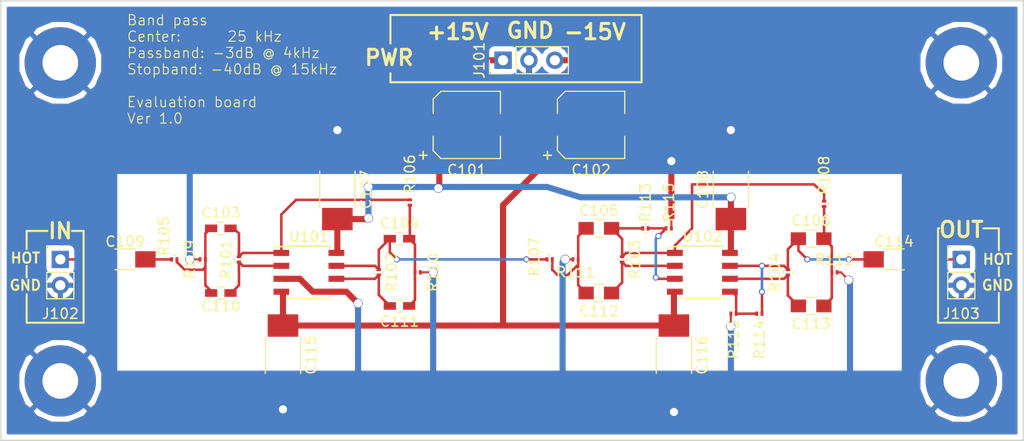
<source format=kicad_pcb>
(kicad_pcb (version 4) (host pcbnew 4.0.6-e0-6349~53~ubuntu14.04.1)

  (general
    (links 71)
    (no_connects 0)
    (area 102.159999 78.410999 202.640001 121.741001)
    (thickness 1.6)
    (drawings 35)
    (tracks 213)
    (zones 0)
    (modules 41)
    (nets 21)
  )

  (page A4)
  (title_block
    (title "BandPass: 25k")
    (date 2017-07-01)
    (rev 1)
  )

  (layers
    (0 F.Cu signal)
    (31 B.Cu signal)
    (32 B.Adhes user)
    (33 F.Adhes user)
    (34 B.Paste user)
    (35 F.Paste user)
    (36 B.SilkS user)
    (37 F.SilkS user)
    (38 B.Mask user)
    (39 F.Mask user)
    (40 Dwgs.User user)
    (41 Cmts.User user)
    (42 Eco1.User user)
    (43 Eco2.User user)
    (44 Edge.Cuts user)
    (45 Margin user)
    (46 B.CrtYd user)
    (47 F.CrtYd user)
    (48 B.Fab user)
    (49 F.Fab user)
  )

  (setup
    (last_trace_width 0.25)
    (user_trace_width 0.2)
    (trace_clearance 0.2)
    (zone_clearance 0.508)
    (zone_45_only no)
    (trace_min 0.2)
    (segment_width 0.2)
    (edge_width 0.15)
    (via_size 0.6)
    (via_drill 0.4)
    (via_min_size 0.4)
    (via_min_drill 0.3)
    (uvia_size 0.3)
    (uvia_drill 0.1)
    (uvias_allowed no)
    (uvia_min_size 0.2)
    (uvia_min_drill 0.1)
    (pcb_text_width 0.3)
    (pcb_text_size 1.5 1.5)
    (mod_edge_width 0.15)
    (mod_text_size 1 1)
    (mod_text_width 0.15)
    (pad_size 7 7)
    (pad_drill 3.5)
    (pad_to_mask_clearance 0.2)
    (aux_axis_origin 0 0)
    (visible_elements FFFEFF7F)
    (pcbplotparams
      (layerselection 0x00030_80000001)
      (usegerberextensions false)
      (excludeedgelayer true)
      (linewidth 0.100000)
      (plotframeref false)
      (viasonmask false)
      (mode 1)
      (useauxorigin false)
      (hpglpennumber 1)
      (hpglpenspeed 20)
      (hpglpendiameter 15)
      (hpglpenoverlay 2)
      (psnegative false)
      (psa4output false)
      (plotreference true)
      (plotvalue true)
      (plotinvisibletext false)
      (padsonsilk false)
      (subtractmaskfromsilk false)
      (outputformat 4)
      (mirror false)
      (drillshape 2)
      (scaleselection 1)
      (outputdirectory render/pcb/))
  )

  (net 0 "")
  (net 1 /VCC)
  (net 2 GND)
  (net 3 /VEE)
  (net 4 "Net-(C103-Pad1)")
  (net 5 "Net-(C103-Pad2)")
  (net 6 "Net-(C104-Pad1)")
  (net 7 "Net-(C104-Pad2)")
  (net 8 "Net-(C105-Pad1)")
  (net 9 "Net-(C105-Pad2)")
  (net 10 "Net-(C106-Pad1)")
  (net 11 "Net-(C106-Pad2)")
  (net 12 "Net-(C109-Pad1)")
  (net 13 "Net-(C109-Pad2)")
  (net 14 "Net-(C110-Pad2)")
  (net 15 "Net-(C111-Pad2)")
  (net 16 "Net-(C112-Pad2)")
  (net 17 "Net-(C113-Pad2)")
  (net 18 "Net-(C114-Pad2)")
  (net 19 "Net-(R113-Pad2)")
  (net 20 "Net-(R114-Pad2)")

  (net_class Default "This is the default net class."
    (clearance 0.2)
    (trace_width 0.25)
    (via_dia 0.6)
    (via_drill 0.4)
    (uvia_dia 0.3)
    (uvia_drill 0.1)
    (add_net "Net-(C103-Pad1)")
    (add_net "Net-(C103-Pad2)")
    (add_net "Net-(C104-Pad1)")
    (add_net "Net-(C104-Pad2)")
    (add_net "Net-(C105-Pad1)")
    (add_net "Net-(C105-Pad2)")
    (add_net "Net-(C106-Pad1)")
    (add_net "Net-(C106-Pad2)")
    (add_net "Net-(C109-Pad1)")
    (add_net "Net-(C109-Pad2)")
    (add_net "Net-(C110-Pad2)")
    (add_net "Net-(C111-Pad2)")
    (add_net "Net-(C112-Pad2)")
    (add_net "Net-(C113-Pad2)")
    (add_net "Net-(C114-Pad2)")
    (add_net "Net-(R113-Pad2)")
    (add_net "Net-(R114-Pad2)")
  )

  (net_class Power ""
    (clearance 0.2)
    (trace_width 0.6)
    (via_dia 0.9)
    (via_drill 0.8)
    (uvia_dia 0.3)
    (uvia_drill 0.1)
    (add_net /VCC)
    (add_net /VEE)
    (add_net GND)
  )

  (module Mounting_Holes:MountingHole_3.5mm_Pad_Via (layer F.Cu) (tedit 59595595) (tstamp 5958FA89)
    (at 196.469 115.824)
    (descr "Mounting Hole 3.5mm")
    (tags "mounting hole 3.5mm")
    (path /595900EE)
    (fp_text reference MK03 (at 0 -4.5) (layer F.SilkS) hide
      (effects (font (size 1 1) (thickness 0.15)))
    )
    (fp_text value 3.5mm (at 0 4.5) (layer F.Fab)
      (effects (font (size 1 1) (thickness 0.15)))
    )
    (fp_circle (center 0 0) (end 3.5 0) (layer Cmts.User) (width 0.15))
    (fp_circle (center 0 0) (end 3.75 0) (layer F.CrtYd) (width 0.05))
    (pad 1 thru_hole circle (at 0 0) (size 7 7) (drill 3.5) (layers *.Cu *.Mask)
      (net 2 GND))
  )

  (module Mounting_Holes:MountingHole_3.5mm_Pad_Via (layer F.Cu) (tedit 5959558D) (tstamp 5958FA7C)
    (at 196.469 84.582)
    (descr "Mounting Hole 3.5mm")
    (tags "mounting hole 3.5mm")
    (path /59590057)
    (fp_text reference MK02 (at 0 -4.5) (layer F.SilkS) hide
      (effects (font (size 1 1) (thickness 0.15)))
    )
    (fp_text value 3.5mm (at 0 4.5) (layer F.Fab)
      (effects (font (size 1 1) (thickness 0.15)))
    )
    (fp_circle (center 0 0) (end 3.5 0) (layer Cmts.User) (width 0.15))
    (fp_circle (center 0 0) (end 3.75 0) (layer F.CrtYd) (width 0.05))
    (pad 1 thru_hole circle (at 0 0) (size 7 7) (drill 3.5) (layers *.Cu *.Mask)
      (net 2 GND))
  )

  (module Mounting_Holes:MountingHole_3.5mm_Pad_Via (layer F.Cu) (tedit 5959559B) (tstamp 5958FA96)
    (at 108.077 115.824)
    (descr "Mounting Hole 3.5mm")
    (tags "mounting hole 3.5mm")
    (path /59590214)
    (fp_text reference MK04 (at 0 -4.5) (layer F.SilkS) hide
      (effects (font (size 1 1) (thickness 0.15)))
    )
    (fp_text value 3.5mm (at 0 4.5) (layer F.Fab)
      (effects (font (size 1 1) (thickness 0.15)))
    )
    (fp_circle (center 0 0) (end 3.5 0) (layer Cmts.User) (width 0.15))
    (fp_circle (center 0 0) (end 3.75 0) (layer F.CrtYd) (width 0.05))
    (pad 1 thru_hole circle (at 0 0) (size 7 7) (drill 3.5) (layers *.Cu *.Mask)
      (net 2 GND))
  )

  (module Mounting_Holes:MountingHole_3.5mm_Pad_Via (layer F.Cu) (tedit 59595583) (tstamp 5958FA6F)
    (at 108.077 84.582)
    (descr "Mounting Hole 3.5mm")
    (tags "mounting hole 3.5mm")
    (path /5958F6E0)
    (fp_text reference MK01 (at 0 -4.5) (layer F.SilkS) hide
      (effects (font (size 1 1) (thickness 0.15)))
    )
    (fp_text value 3.5mm (at 0 4.5) (layer F.Fab)
      (effects (font (size 1 1) (thickness 0.15)))
    )
    (fp_circle (center 0 0) (end 3.5 0) (layer Cmts.User) (width 0.15))
    (fp_circle (center 0 0) (end 3.75 0) (layer F.CrtYd) (width 0.05))
    (pad 1 thru_hole circle (at 0 0) (size 7 7) (drill 3.5) (layers *.Cu *.Mask)
      (net 2 GND))
  )

  (module Capacitors_SMD:C_0603_HandSoldering (layer F.Cu) (tedit 5958D291) (tstamp 5957A2E1)
    (at 123.825 100.838)
    (descr "Capacitor SMD 0603, hand soldering")
    (tags "capacitor 0603")
    (path /59575829)
    (attr smd)
    (fp_text reference C103 (at 0 -1.524) (layer F.SilkS)
      (effects (font (size 1 1) (thickness 0.15)))
    )
    (fp_text value 620pF (at 0 1.5) (layer F.Fab)
      (effects (font (size 1 1) (thickness 0.15)))
    )
    (fp_text user %R (at 0 -1.524) (layer F.Fab)
      (effects (font (size 1 1) (thickness 0.15)))
    )
    (fp_line (start -0.8 0.4) (end -0.8 -0.4) (layer F.Fab) (width 0.1))
    (fp_line (start 0.8 0.4) (end -0.8 0.4) (layer F.Fab) (width 0.1))
    (fp_line (start 0.8 -0.4) (end 0.8 0.4) (layer F.Fab) (width 0.1))
    (fp_line (start -0.8 -0.4) (end 0.8 -0.4) (layer F.Fab) (width 0.1))
    (fp_line (start -0.35 -0.6) (end 0.35 -0.6) (layer F.SilkS) (width 0.12))
    (fp_line (start 0.35 0.6) (end -0.35 0.6) (layer F.SilkS) (width 0.12))
    (fp_line (start -1.8 -0.65) (end 1.8 -0.65) (layer F.CrtYd) (width 0.05))
    (fp_line (start -1.8 -0.65) (end -1.8 0.65) (layer F.CrtYd) (width 0.05))
    (fp_line (start 1.8 0.65) (end 1.8 -0.65) (layer F.CrtYd) (width 0.05))
    (fp_line (start 1.8 0.65) (end -1.8 0.65) (layer F.CrtYd) (width 0.05))
    (pad 1 smd rect (at -0.95 0) (size 1.2 0.75) (layers F.Cu F.Paste F.Mask)
      (net 4 "Net-(C103-Pad1)"))
    (pad 2 smd rect (at 0.95 0) (size 1.2 0.75) (layers F.Cu F.Paste F.Mask)
      (net 5 "Net-(C103-Pad2)"))
    (model Capacitors_SMD.3dshapes/C_0603.wrl
      (at (xyz 0 0 0))
      (scale (xyz 1 1 1))
      (rotate (xyz 0 0 0))
    )
  )

  (module Capacitors_SMD:C_0603_HandSoldering (layer F.Cu) (tedit 5958D1F4) (tstamp 5957A2E7)
    (at 141.351 101.854 180)
    (descr "Capacitor SMD 0603, hand soldering")
    (tags "capacitor 0603")
    (path /5957A8E4)
    (attr smd)
    (fp_text reference C104 (at 0 1.524 180) (layer F.SilkS)
      (effects (font (size 1 1) (thickness 0.15)))
    )
    (fp_text value 620pF (at 0 1.5 180) (layer F.Fab)
      (effects (font (size 1 1) (thickness 0.15)))
    )
    (fp_text user %R (at 0 1.524 180) (layer F.Fab)
      (effects (font (size 1 1) (thickness 0.15)))
    )
    (fp_line (start -0.8 0.4) (end -0.8 -0.4) (layer F.Fab) (width 0.1))
    (fp_line (start 0.8 0.4) (end -0.8 0.4) (layer F.Fab) (width 0.1))
    (fp_line (start 0.8 -0.4) (end 0.8 0.4) (layer F.Fab) (width 0.1))
    (fp_line (start -0.8 -0.4) (end 0.8 -0.4) (layer F.Fab) (width 0.1))
    (fp_line (start -0.35 -0.6) (end 0.35 -0.6) (layer F.SilkS) (width 0.12))
    (fp_line (start 0.35 0.6) (end -0.35 0.6) (layer F.SilkS) (width 0.12))
    (fp_line (start -1.8 -0.65) (end 1.8 -0.65) (layer F.CrtYd) (width 0.05))
    (fp_line (start -1.8 -0.65) (end -1.8 0.65) (layer F.CrtYd) (width 0.05))
    (fp_line (start 1.8 0.65) (end 1.8 -0.65) (layer F.CrtYd) (width 0.05))
    (fp_line (start 1.8 0.65) (end -1.8 0.65) (layer F.CrtYd) (width 0.05))
    (pad 1 smd rect (at -0.95 0 180) (size 1.2 0.75) (layers F.Cu F.Paste F.Mask)
      (net 6 "Net-(C104-Pad1)"))
    (pad 2 smd rect (at 0.95 0 180) (size 1.2 0.75) (layers F.Cu F.Paste F.Mask)
      (net 7 "Net-(C104-Pad2)"))
    (model Capacitors_SMD.3dshapes/C_0603.wrl
      (at (xyz 0 0 0))
      (scale (xyz 1 1 1))
      (rotate (xyz 0 0 0))
    )
  )

  (module Capacitors_SMD:C_0805_HandSoldering (layer F.Cu) (tedit 58AA84A8) (tstamp 5957A2ED)
    (at 160.909 100.838)
    (descr "Capacitor SMD 0805, hand soldering")
    (tags "capacitor 0805")
    (path /5957DD25)
    (attr smd)
    (fp_text reference C105 (at 0 -1.75) (layer F.SilkS)
      (effects (font (size 1 1) (thickness 0.15)))
    )
    (fp_text value 560pF (at 0 1.75) (layer F.Fab)
      (effects (font (size 1 1) (thickness 0.15)))
    )
    (fp_text user %R (at 0 -1.75) (layer F.Fab)
      (effects (font (size 1 1) (thickness 0.15)))
    )
    (fp_line (start -1 0.62) (end -1 -0.62) (layer F.Fab) (width 0.1))
    (fp_line (start 1 0.62) (end -1 0.62) (layer F.Fab) (width 0.1))
    (fp_line (start 1 -0.62) (end 1 0.62) (layer F.Fab) (width 0.1))
    (fp_line (start -1 -0.62) (end 1 -0.62) (layer F.Fab) (width 0.1))
    (fp_line (start 0.5 -0.85) (end -0.5 -0.85) (layer F.SilkS) (width 0.12))
    (fp_line (start -0.5 0.85) (end 0.5 0.85) (layer F.SilkS) (width 0.12))
    (fp_line (start -2.25 -0.88) (end 2.25 -0.88) (layer F.CrtYd) (width 0.05))
    (fp_line (start -2.25 -0.88) (end -2.25 0.87) (layer F.CrtYd) (width 0.05))
    (fp_line (start 2.25 0.87) (end 2.25 -0.88) (layer F.CrtYd) (width 0.05))
    (fp_line (start 2.25 0.87) (end -2.25 0.87) (layer F.CrtYd) (width 0.05))
    (pad 1 smd rect (at -1.25 0) (size 1.5 1.25) (layers F.Cu F.Paste F.Mask)
      (net 8 "Net-(C105-Pad1)"))
    (pad 2 smd rect (at 1.25 0) (size 1.5 1.25) (layers F.Cu F.Paste F.Mask)
      (net 9 "Net-(C105-Pad2)"))
    (model Capacitors_SMD.3dshapes/C_0805.wrl
      (at (xyz 0 0 0))
      (scale (xyz 1 1 1))
      (rotate (xyz 0 0 0))
    )
  )

  (module Capacitors_SMD:C_0805_HandSoldering (layer F.Cu) (tedit 5958D49A) (tstamp 5957A2F3)
    (at 181.737 101.854 180)
    (descr "Capacitor SMD 0805, hand soldering")
    (tags "capacitor 0805")
    (path /59584503)
    (attr smd)
    (fp_text reference C106 (at 0 1.778 180) (layer F.SilkS)
      (effects (font (size 1 1) (thickness 0.15)))
    )
    (fp_text value 680pF (at 0 1.75 180) (layer F.Fab)
      (effects (font (size 1 1) (thickness 0.15)))
    )
    (fp_text user %R (at 0 1.778 180) (layer F.Fab)
      (effects (font (size 1 1) (thickness 0.15)))
    )
    (fp_line (start -1 0.62) (end -1 -0.62) (layer F.Fab) (width 0.1))
    (fp_line (start 1 0.62) (end -1 0.62) (layer F.Fab) (width 0.1))
    (fp_line (start 1 -0.62) (end 1 0.62) (layer F.Fab) (width 0.1))
    (fp_line (start -1 -0.62) (end 1 -0.62) (layer F.Fab) (width 0.1))
    (fp_line (start 0.5 -0.85) (end -0.5 -0.85) (layer F.SilkS) (width 0.12))
    (fp_line (start -0.5 0.85) (end 0.5 0.85) (layer F.SilkS) (width 0.12))
    (fp_line (start -2.25 -0.88) (end 2.25 -0.88) (layer F.CrtYd) (width 0.05))
    (fp_line (start -2.25 -0.88) (end -2.25 0.87) (layer F.CrtYd) (width 0.05))
    (fp_line (start 2.25 0.87) (end 2.25 -0.88) (layer F.CrtYd) (width 0.05))
    (fp_line (start 2.25 0.87) (end -2.25 0.87) (layer F.CrtYd) (width 0.05))
    (pad 1 smd rect (at -1.25 0 180) (size 1.5 1.25) (layers F.Cu F.Paste F.Mask)
      (net 10 "Net-(C106-Pad1)"))
    (pad 2 smd rect (at 1.25 0 180) (size 1.5 1.25) (layers F.Cu F.Paste F.Mask)
      (net 11 "Net-(C106-Pad2)"))
    (model Capacitors_SMD.3dshapes/C_0805.wrl
      (at (xyz 0 0 0))
      (scale (xyz 1 1 1))
      (rotate (xyz 0 0 0))
    )
  )

  (module Capacitors_SMD:C_1812_HandSoldering (layer F.Cu) (tedit 59589330) (tstamp 5957A2F9)
    (at 135.255 97.028 90)
    (descr "Capacitor SMD 1812, hand soldering")
    (tags "capacitor 1812")
    (path /5957786B)
    (attr smd)
    (fp_text reference C107 (at 0 2.794 90) (layer F.SilkS)
      (effects (font (size 1 1) (thickness 0.15)))
    )
    (fp_text value 100n (at 0 2.75 90) (layer F.Fab)
      (effects (font (size 1 1) (thickness 0.15)))
    )
    (fp_text user %R (at 0 2.794 90) (layer F.Fab)
      (effects (font (size 1 1) (thickness 0.15)))
    )
    (fp_line (start -2.25 1.6) (end -2.25 -1.6) (layer F.Fab) (width 0.1))
    (fp_line (start 2.3 1.6) (end -2.25 1.6) (layer F.Fab) (width 0.1))
    (fp_line (start 2.3 -1.6) (end 2.3 1.6) (layer F.Fab) (width 0.1))
    (fp_line (start -2.25 -1.6) (end 2.3 -1.6) (layer F.Fab) (width 0.1))
    (fp_line (start 1.8 -1.73) (end -1.8 -1.73) (layer F.SilkS) (width 0.12))
    (fp_line (start -1.8 1.73) (end 1.8 1.73) (layer F.SilkS) (width 0.12))
    (fp_line (start -4.25 -1.85) (end 4.25 -1.85) (layer F.CrtYd) (width 0.05))
    (fp_line (start -4.25 -1.85) (end -4.25 1.85) (layer F.CrtYd) (width 0.05))
    (fp_line (start 4.25 1.85) (end 4.25 -1.85) (layer F.CrtYd) (width 0.05))
    (fp_line (start 4.25 1.85) (end -4.25 1.85) (layer F.CrtYd) (width 0.05))
    (pad 1 smd rect (at -2.9 0 90) (size 2.2 3) (layers F.Cu F.Paste F.Mask)
      (net 1 /VCC))
    (pad 2 smd rect (at 2.9 0 90) (size 2.2 3) (layers F.Cu F.Paste F.Mask)
      (net 2 GND))
    (model Capacitors_SMD.3dshapes/C_1812.wrl
      (at (xyz 0 0 0))
      (scale (xyz 1 1 1))
      (rotate (xyz 0 0 0))
    )
  )

  (module Capacitors_SMD:C_1812_HandSoldering (layer F.Cu) (tedit 58AA8525) (tstamp 5957A2FF)
    (at 173.863 97.028 90)
    (descr "Capacitor SMD 1812, hand soldering")
    (tags "capacitor 1812")
    (path /59580261)
    (attr smd)
    (fp_text reference C108 (at 0 -2.75 90) (layer F.SilkS)
      (effects (font (size 1 1) (thickness 0.15)))
    )
    (fp_text value 100n (at 0 2.75 90) (layer F.Fab)
      (effects (font (size 1 1) (thickness 0.15)))
    )
    (fp_text user %R (at 0 -2.75 90) (layer F.Fab)
      (effects (font (size 1 1) (thickness 0.15)))
    )
    (fp_line (start -2.25 1.6) (end -2.25 -1.6) (layer F.Fab) (width 0.1))
    (fp_line (start 2.3 1.6) (end -2.25 1.6) (layer F.Fab) (width 0.1))
    (fp_line (start 2.3 -1.6) (end 2.3 1.6) (layer F.Fab) (width 0.1))
    (fp_line (start -2.25 -1.6) (end 2.3 -1.6) (layer F.Fab) (width 0.1))
    (fp_line (start 1.8 -1.73) (end -1.8 -1.73) (layer F.SilkS) (width 0.12))
    (fp_line (start -1.8 1.73) (end 1.8 1.73) (layer F.SilkS) (width 0.12))
    (fp_line (start -4.25 -1.85) (end 4.25 -1.85) (layer F.CrtYd) (width 0.05))
    (fp_line (start -4.25 -1.85) (end -4.25 1.85) (layer F.CrtYd) (width 0.05))
    (fp_line (start 4.25 1.85) (end 4.25 -1.85) (layer F.CrtYd) (width 0.05))
    (fp_line (start 4.25 1.85) (end -4.25 1.85) (layer F.CrtYd) (width 0.05))
    (pad 1 smd rect (at -2.9 0 90) (size 2.2 3) (layers F.Cu F.Paste F.Mask)
      (net 1 /VCC))
    (pad 2 smd rect (at 2.9 0 90) (size 2.2 3) (layers F.Cu F.Paste F.Mask)
      (net 2 GND))
    (model Capacitors_SMD.3dshapes/C_1812.wrl
      (at (xyz 0 0 0))
      (scale (xyz 1 1 1))
      (rotate (xyz 0 0 0))
    )
  )

  (module Capacitors_SMD:C_0603_HandSoldering (layer F.Cu) (tedit 59588EEB) (tstamp 5957A30B)
    (at 123.825 107.188)
    (descr "Capacitor SMD 0603, hand soldering")
    (tags "capacitor 0603")
    (path /59575878)
    (attr smd)
    (fp_text reference C110 (at 0 1.27) (layer F.SilkS)
      (effects (font (size 1 1) (thickness 0.15)))
    )
    (fp_text value 620pF (at 0 1.5) (layer F.Fab)
      (effects (font (size 1 1) (thickness 0.15)))
    )
    (fp_text user %R (at 0 1.27) (layer F.Fab)
      (effects (font (size 1 1) (thickness 0.15)))
    )
    (fp_line (start -0.8 0.4) (end -0.8 -0.4) (layer F.Fab) (width 0.1))
    (fp_line (start 0.8 0.4) (end -0.8 0.4) (layer F.Fab) (width 0.1))
    (fp_line (start 0.8 -0.4) (end 0.8 0.4) (layer F.Fab) (width 0.1))
    (fp_line (start -0.8 -0.4) (end 0.8 -0.4) (layer F.Fab) (width 0.1))
    (fp_line (start -0.35 -0.6) (end 0.35 -0.6) (layer F.SilkS) (width 0.12))
    (fp_line (start 0.35 0.6) (end -0.35 0.6) (layer F.SilkS) (width 0.12))
    (fp_line (start -1.8 -0.65) (end 1.8 -0.65) (layer F.CrtYd) (width 0.05))
    (fp_line (start -1.8 -0.65) (end -1.8 0.65) (layer F.CrtYd) (width 0.05))
    (fp_line (start 1.8 0.65) (end 1.8 -0.65) (layer F.CrtYd) (width 0.05))
    (fp_line (start 1.8 0.65) (end -1.8 0.65) (layer F.CrtYd) (width 0.05))
    (pad 1 smd rect (at -0.95 0) (size 1.2 0.75) (layers F.Cu F.Paste F.Mask)
      (net 4 "Net-(C103-Pad1)"))
    (pad 2 smd rect (at 0.95 0) (size 1.2 0.75) (layers F.Cu F.Paste F.Mask)
      (net 14 "Net-(C110-Pad2)"))
    (model Capacitors_SMD.3dshapes/C_0603.wrl
      (at (xyz 0 0 0))
      (scale (xyz 1 1 1))
      (rotate (xyz 0 0 0))
    )
  )

  (module Capacitors_SMD:C_0603_HandSoldering (layer F.Cu) (tedit 5958D289) (tstamp 5957A311)
    (at 141.351 108.458 180)
    (descr "Capacitor SMD 0603, hand soldering")
    (tags "capacitor 0603")
    (path /5957A999)
    (attr smd)
    (fp_text reference C111 (at 0 -1.524 180) (layer F.SilkS)
      (effects (font (size 1 1) (thickness 0.15)))
    )
    (fp_text value 620pF (at 0 1.5 180) (layer F.Fab)
      (effects (font (size 1 1) (thickness 0.15)))
    )
    (fp_text user %R (at 0 -1.524 180) (layer F.Fab)
      (effects (font (size 1 1) (thickness 0.15)))
    )
    (fp_line (start -0.8 0.4) (end -0.8 -0.4) (layer F.Fab) (width 0.1))
    (fp_line (start 0.8 0.4) (end -0.8 0.4) (layer F.Fab) (width 0.1))
    (fp_line (start 0.8 -0.4) (end 0.8 0.4) (layer F.Fab) (width 0.1))
    (fp_line (start -0.8 -0.4) (end 0.8 -0.4) (layer F.Fab) (width 0.1))
    (fp_line (start -0.35 -0.6) (end 0.35 -0.6) (layer F.SilkS) (width 0.12))
    (fp_line (start 0.35 0.6) (end -0.35 0.6) (layer F.SilkS) (width 0.12))
    (fp_line (start -1.8 -0.65) (end 1.8 -0.65) (layer F.CrtYd) (width 0.05))
    (fp_line (start -1.8 -0.65) (end -1.8 0.65) (layer F.CrtYd) (width 0.05))
    (fp_line (start 1.8 0.65) (end 1.8 -0.65) (layer F.CrtYd) (width 0.05))
    (fp_line (start 1.8 0.65) (end -1.8 0.65) (layer F.CrtYd) (width 0.05))
    (pad 1 smd rect (at -0.95 0 180) (size 1.2 0.75) (layers F.Cu F.Paste F.Mask)
      (net 6 "Net-(C104-Pad1)"))
    (pad 2 smd rect (at 0.95 0 180) (size 1.2 0.75) (layers F.Cu F.Paste F.Mask)
      (net 15 "Net-(C111-Pad2)"))
    (model Capacitors_SMD.3dshapes/C_0603.wrl
      (at (xyz 0 0 0))
      (scale (xyz 1 1 1))
      (rotate (xyz 0 0 0))
    )
  )

  (module Capacitors_SMD:C_0805_HandSoldering (layer F.Cu) (tedit 5958D282) (tstamp 5957A317)
    (at 160.909 107.188)
    (descr "Capacitor SMD 0805, hand soldering")
    (tags "capacitor 0805")
    (path /5957DDD7)
    (attr smd)
    (fp_text reference C112 (at 0 1.778) (layer F.SilkS)
      (effects (font (size 1 1) (thickness 0.15)))
    )
    (fp_text value 560pF (at 0 1.75) (layer F.Fab)
      (effects (font (size 1 1) (thickness 0.15)))
    )
    (fp_text user %R (at 0 1.778) (layer F.Fab)
      (effects (font (size 1 1) (thickness 0.15)))
    )
    (fp_line (start -1 0.62) (end -1 -0.62) (layer F.Fab) (width 0.1))
    (fp_line (start 1 0.62) (end -1 0.62) (layer F.Fab) (width 0.1))
    (fp_line (start 1 -0.62) (end 1 0.62) (layer F.Fab) (width 0.1))
    (fp_line (start -1 -0.62) (end 1 -0.62) (layer F.Fab) (width 0.1))
    (fp_line (start 0.5 -0.85) (end -0.5 -0.85) (layer F.SilkS) (width 0.12))
    (fp_line (start -0.5 0.85) (end 0.5 0.85) (layer F.SilkS) (width 0.12))
    (fp_line (start -2.25 -0.88) (end 2.25 -0.88) (layer F.CrtYd) (width 0.05))
    (fp_line (start -2.25 -0.88) (end -2.25 0.87) (layer F.CrtYd) (width 0.05))
    (fp_line (start 2.25 0.87) (end 2.25 -0.88) (layer F.CrtYd) (width 0.05))
    (fp_line (start 2.25 0.87) (end -2.25 0.87) (layer F.CrtYd) (width 0.05))
    (pad 1 smd rect (at -1.25 0) (size 1.5 1.25) (layers F.Cu F.Paste F.Mask)
      (net 8 "Net-(C105-Pad1)"))
    (pad 2 smd rect (at 1.25 0) (size 1.5 1.25) (layers F.Cu F.Paste F.Mask)
      (net 16 "Net-(C112-Pad2)"))
    (model Capacitors_SMD.3dshapes/C_0805.wrl
      (at (xyz 0 0 0))
      (scale (xyz 1 1 1))
      (rotate (xyz 0 0 0))
    )
  )

  (module Capacitors_SMD:C_0805_HandSoldering (layer F.Cu) (tedit 58AA84A8) (tstamp 5957A31D)
    (at 181.737 108.458 180)
    (descr "Capacitor SMD 0805, hand soldering")
    (tags "capacitor 0805")
    (path /59584509)
    (attr smd)
    (fp_text reference C113 (at 0 -1.75 180) (layer F.SilkS)
      (effects (font (size 1 1) (thickness 0.15)))
    )
    (fp_text value 680pF (at 0 1.75 180) (layer F.Fab)
      (effects (font (size 1 1) (thickness 0.15)))
    )
    (fp_text user %R (at 0 -1.75 180) (layer F.Fab)
      (effects (font (size 1 1) (thickness 0.15)))
    )
    (fp_line (start -1 0.62) (end -1 -0.62) (layer F.Fab) (width 0.1))
    (fp_line (start 1 0.62) (end -1 0.62) (layer F.Fab) (width 0.1))
    (fp_line (start 1 -0.62) (end 1 0.62) (layer F.Fab) (width 0.1))
    (fp_line (start -1 -0.62) (end 1 -0.62) (layer F.Fab) (width 0.1))
    (fp_line (start 0.5 -0.85) (end -0.5 -0.85) (layer F.SilkS) (width 0.12))
    (fp_line (start -0.5 0.85) (end 0.5 0.85) (layer F.SilkS) (width 0.12))
    (fp_line (start -2.25 -0.88) (end 2.25 -0.88) (layer F.CrtYd) (width 0.05))
    (fp_line (start -2.25 -0.88) (end -2.25 0.87) (layer F.CrtYd) (width 0.05))
    (fp_line (start 2.25 0.87) (end 2.25 -0.88) (layer F.CrtYd) (width 0.05))
    (fp_line (start 2.25 0.87) (end -2.25 0.87) (layer F.CrtYd) (width 0.05))
    (pad 1 smd rect (at -1.25 0 180) (size 1.5 1.25) (layers F.Cu F.Paste F.Mask)
      (net 10 "Net-(C106-Pad1)"))
    (pad 2 smd rect (at 1.25 0 180) (size 1.5 1.25) (layers F.Cu F.Paste F.Mask)
      (net 17 "Net-(C113-Pad2)"))
    (model Capacitors_SMD.3dshapes/C_0805.wrl
      (at (xyz 0 0 0))
      (scale (xyz 1 1 1))
      (rotate (xyz 0 0 0))
    )
  )

  (module Capacitors_SMD:C_1812_HandSoldering (layer F.Cu) (tedit 58AA8525) (tstamp 5957A329)
    (at 129.921 113.284 270)
    (descr "Capacitor SMD 1812, hand soldering")
    (tags "capacitor 1812")
    (path /5957790A)
    (attr smd)
    (fp_text reference C115 (at 0 -2.75 270) (layer F.SilkS)
      (effects (font (size 1 1) (thickness 0.15)))
    )
    (fp_text value 100n (at 0 2.75 270) (layer F.Fab)
      (effects (font (size 1 1) (thickness 0.15)))
    )
    (fp_text user %R (at 0 -2.75 270) (layer F.Fab)
      (effects (font (size 1 1) (thickness 0.15)))
    )
    (fp_line (start -2.25 1.6) (end -2.25 -1.6) (layer F.Fab) (width 0.1))
    (fp_line (start 2.3 1.6) (end -2.25 1.6) (layer F.Fab) (width 0.1))
    (fp_line (start 2.3 -1.6) (end 2.3 1.6) (layer F.Fab) (width 0.1))
    (fp_line (start -2.25 -1.6) (end 2.3 -1.6) (layer F.Fab) (width 0.1))
    (fp_line (start 1.8 -1.73) (end -1.8 -1.73) (layer F.SilkS) (width 0.12))
    (fp_line (start -1.8 1.73) (end 1.8 1.73) (layer F.SilkS) (width 0.12))
    (fp_line (start -4.25 -1.85) (end 4.25 -1.85) (layer F.CrtYd) (width 0.05))
    (fp_line (start -4.25 -1.85) (end -4.25 1.85) (layer F.CrtYd) (width 0.05))
    (fp_line (start 4.25 1.85) (end 4.25 -1.85) (layer F.CrtYd) (width 0.05))
    (fp_line (start 4.25 1.85) (end -4.25 1.85) (layer F.CrtYd) (width 0.05))
    (pad 1 smd rect (at -2.9 0 270) (size 2.2 3) (layers F.Cu F.Paste F.Mask)
      (net 3 /VEE))
    (pad 2 smd rect (at 2.9 0 270) (size 2.2 3) (layers F.Cu F.Paste F.Mask)
      (net 2 GND))
    (model Capacitors_SMD.3dshapes/C_1812.wrl
      (at (xyz 0 0 0))
      (scale (xyz 1 1 1))
      (rotate (xyz 0 0 0))
    )
  )

  (module Capacitors_SMD:C_1812_HandSoldering (layer F.Cu) (tedit 58AA8525) (tstamp 5957A32F)
    (at 168.275 113.284 270)
    (descr "Capacitor SMD 1812, hand soldering")
    (tags "capacitor 1812")
    (path /59580267)
    (attr smd)
    (fp_text reference C116 (at 0 -2.75 270) (layer F.SilkS)
      (effects (font (size 1 1) (thickness 0.15)))
    )
    (fp_text value 100n (at 0 2.75 270) (layer F.Fab)
      (effects (font (size 1 1) (thickness 0.15)))
    )
    (fp_text user %R (at 0 -2.75 270) (layer F.Fab)
      (effects (font (size 1 1) (thickness 0.15)))
    )
    (fp_line (start -2.25 1.6) (end -2.25 -1.6) (layer F.Fab) (width 0.1))
    (fp_line (start 2.3 1.6) (end -2.25 1.6) (layer F.Fab) (width 0.1))
    (fp_line (start 2.3 -1.6) (end 2.3 1.6) (layer F.Fab) (width 0.1))
    (fp_line (start -2.25 -1.6) (end 2.3 -1.6) (layer F.Fab) (width 0.1))
    (fp_line (start 1.8 -1.73) (end -1.8 -1.73) (layer F.SilkS) (width 0.12))
    (fp_line (start -1.8 1.73) (end 1.8 1.73) (layer F.SilkS) (width 0.12))
    (fp_line (start -4.25 -1.85) (end 4.25 -1.85) (layer F.CrtYd) (width 0.05))
    (fp_line (start -4.25 -1.85) (end -4.25 1.85) (layer F.CrtYd) (width 0.05))
    (fp_line (start 4.25 1.85) (end 4.25 -1.85) (layer F.CrtYd) (width 0.05))
    (fp_line (start 4.25 1.85) (end -4.25 1.85) (layer F.CrtYd) (width 0.05))
    (pad 1 smd rect (at -2.9 0 270) (size 2.2 3) (layers F.Cu F.Paste F.Mask)
      (net 3 /VEE))
    (pad 2 smd rect (at 2.9 0 270) (size 2.2 3) (layers F.Cu F.Paste F.Mask)
      (net 2 GND))
    (model Capacitors_SMD.3dshapes/C_1812.wrl
      (at (xyz 0 0 0))
      (scale (xyz 1 1 1))
      (rotate (xyz 0 0 0))
    )
  )

  (module Pin_Headers:Pin_Header_Straight_1x03_Pitch2.54mm (layer F.Cu) (tedit 5957F492) (tstamp 5957A336)
    (at 151.511 84.328 90)
    (descr "Through hole straight pin header, 1x03, 2.54mm pitch, single row")
    (tags "Through hole pin header THT 1x03 2.54mm single row")
    (path /59576307)
    (fp_text reference J101 (at 0 -2.33 90) (layer F.SilkS)
      (effects (font (size 1 1) (thickness 0.15)))
    )
    (fp_text value CONN_01X03 (at 0 7.41 90) (layer F.Fab) hide
      (effects (font (size 1 1) (thickness 0.15)))
    )
    (fp_line (start -1.27 -1.27) (end -1.27 6.35) (layer F.Fab) (width 0.1))
    (fp_line (start -1.27 6.35) (end 1.27 6.35) (layer F.Fab) (width 0.1))
    (fp_line (start 1.27 6.35) (end 1.27 -1.27) (layer F.Fab) (width 0.1))
    (fp_line (start 1.27 -1.27) (end -1.27 -1.27) (layer F.Fab) (width 0.1))
    (fp_line (start -1.33 1.27) (end -1.33 6.41) (layer F.SilkS) (width 0.12))
    (fp_line (start -1.33 6.41) (end 1.33 6.41) (layer F.SilkS) (width 0.12))
    (fp_line (start 1.33 6.41) (end 1.33 1.27) (layer F.SilkS) (width 0.12))
    (fp_line (start 1.33 1.27) (end -1.33 1.27) (layer F.SilkS) (width 0.12))
    (fp_line (start -1.33 0) (end -1.33 -1.33) (layer F.SilkS) (width 0.12))
    (fp_line (start -1.33 -1.33) (end 0 -1.33) (layer F.SilkS) (width 0.12))
    (fp_line (start -1.8 -1.8) (end -1.8 6.85) (layer F.CrtYd) (width 0.05))
    (fp_line (start -1.8 6.85) (end 1.8 6.85) (layer F.CrtYd) (width 0.05))
    (fp_line (start 1.8 6.85) (end 1.8 -1.8) (layer F.CrtYd) (width 0.05))
    (fp_line (start 1.8 -1.8) (end -1.8 -1.8) (layer F.CrtYd) (width 0.05))
    (fp_text user %R (at 0 -2.33 90) (layer F.Fab)
      (effects (font (size 1 1) (thickness 0.15)))
    )
    (pad 1 thru_hole rect (at 0 0 90) (size 1.7 1.7) (drill 1) (layers *.Cu *.Mask)
      (net 1 /VCC))
    (pad 2 thru_hole oval (at 0 2.54 90) (size 1.7 1.7) (drill 1) (layers *.Cu *.Mask)
      (net 2 GND))
    (pad 3 thru_hole oval (at 0 5.08 90) (size 1.7 1.7) (drill 1) (layers *.Cu *.Mask)
      (net 3 /VEE))
    (model ${KISYS3DMOD}/Pin_Headers.3dshapes/Pin_Header_Straight_1x03_Pitch2.54mm.wrl
      (at (xyz 0 -0.1 0))
      (scale (xyz 1 1 1))
      (rotate (xyz 0 0 90))
    )
  )

  (module Pin_Headers:Pin_Header_Straight_1x02_Pitch2.54mm (layer F.Cu) (tedit 5959590C) (tstamp 5957A33C)
    (at 108.077 103.886)
    (descr "Through hole straight pin header, 1x02, 2.54mm pitch, single row")
    (tags "Through hole pin header THT 1x02 2.54mm single row")
    (path /59576676)
    (fp_text reference J102 (at 0 5.334) (layer F.SilkS)
      (effects (font (size 1 1) (thickness 0.15)))
    )
    (fp_text value CONN_01X02 (at 0 4.87) (layer F.Fab) hide
      (effects (font (size 1 1) (thickness 0.15)))
    )
    (fp_line (start -1.27 -1.27) (end -1.27 3.81) (layer F.Fab) (width 0.1))
    (fp_line (start -1.27 3.81) (end 1.27 3.81) (layer F.Fab) (width 0.1))
    (fp_line (start 1.27 3.81) (end 1.27 -1.27) (layer F.Fab) (width 0.1))
    (fp_line (start 1.27 -1.27) (end -1.27 -1.27) (layer F.Fab) (width 0.1))
    (fp_line (start -1.33 1.27) (end -1.33 3.87) (layer F.SilkS) (width 0.12))
    (fp_line (start -1.33 3.87) (end 1.33 3.87) (layer F.SilkS) (width 0.12))
    (fp_line (start 1.33 3.87) (end 1.33 1.27) (layer F.SilkS) (width 0.12))
    (fp_line (start 1.33 1.27) (end -1.33 1.27) (layer F.SilkS) (width 0.12))
    (fp_line (start -1.33 0) (end -1.33 -1.33) (layer F.SilkS) (width 0.12))
    (fp_line (start -1.33 -1.33) (end 0 -1.33) (layer F.SilkS) (width 0.12))
    (fp_line (start -1.8 -1.8) (end -1.8 4.35) (layer F.CrtYd) (width 0.05))
    (fp_line (start -1.8 4.35) (end 1.8 4.35) (layer F.CrtYd) (width 0.05))
    (fp_line (start 1.8 4.35) (end 1.8 -1.8) (layer F.CrtYd) (width 0.05))
    (fp_line (start 1.8 -1.8) (end -1.8 -1.8) (layer F.CrtYd) (width 0.05))
    (fp_text user %R (at 0 5.334) (layer F.Fab)
      (effects (font (size 1 1) (thickness 0.15)))
    )
    (pad 1 thru_hole rect (at 0 0) (size 1.7 1.7) (drill 1) (layers *.Cu *.Mask)
      (net 12 "Net-(C109-Pad1)"))
    (pad 2 thru_hole oval (at 0 2.54) (size 1.7 1.7) (drill 1) (layers *.Cu *.Mask)
      (net 2 GND))
    (model ${KISYS3DMOD}/Pin_Headers.3dshapes/Pin_Header_Straight_1x02_Pitch2.54mm.wrl
      (at (xyz 0 -0.05 0))
      (scale (xyz 1 1 1))
      (rotate (xyz 0 0 90))
    )
  )

  (module Pin_Headers:Pin_Header_Straight_1x02_Pitch2.54mm (layer F.Cu) (tedit 59595920) (tstamp 5957A342)
    (at 196.469 103.886)
    (descr "Through hole straight pin header, 1x02, 2.54mm pitch, single row")
    (tags "Through hole pin header THT 1x02 2.54mm single row")
    (path /59576968)
    (fp_text reference J103 (at 0 5.334) (layer F.SilkS)
      (effects (font (size 1 1) (thickness 0.15)))
    )
    (fp_text value CONN_01X02 (at 0 4.87) (layer F.Fab) hide
      (effects (font (size 1 1) (thickness 0.15)))
    )
    (fp_line (start -1.27 -1.27) (end -1.27 3.81) (layer F.Fab) (width 0.1))
    (fp_line (start -1.27 3.81) (end 1.27 3.81) (layer F.Fab) (width 0.1))
    (fp_line (start 1.27 3.81) (end 1.27 -1.27) (layer F.Fab) (width 0.1))
    (fp_line (start 1.27 -1.27) (end -1.27 -1.27) (layer F.Fab) (width 0.1))
    (fp_line (start -1.33 1.27) (end -1.33 3.87) (layer F.SilkS) (width 0.12))
    (fp_line (start -1.33 3.87) (end 1.33 3.87) (layer F.SilkS) (width 0.12))
    (fp_line (start 1.33 3.87) (end 1.33 1.27) (layer F.SilkS) (width 0.12))
    (fp_line (start 1.33 1.27) (end -1.33 1.27) (layer F.SilkS) (width 0.12))
    (fp_line (start -1.33 0) (end -1.33 -1.33) (layer F.SilkS) (width 0.12))
    (fp_line (start -1.33 -1.33) (end 0 -1.33) (layer F.SilkS) (width 0.12))
    (fp_line (start -1.8 -1.8) (end -1.8 4.35) (layer F.CrtYd) (width 0.05))
    (fp_line (start -1.8 4.35) (end 1.8 4.35) (layer F.CrtYd) (width 0.05))
    (fp_line (start 1.8 4.35) (end 1.8 -1.8) (layer F.CrtYd) (width 0.05))
    (fp_line (start 1.8 -1.8) (end -1.8 -1.8) (layer F.CrtYd) (width 0.05))
    (fp_text user %R (at 0 5.334) (layer F.Fab)
      (effects (font (size 1 1) (thickness 0.15)))
    )
    (pad 1 thru_hole rect (at 0 0) (size 1.7 1.7) (drill 1) (layers *.Cu *.Mask)
      (net 18 "Net-(C114-Pad2)"))
    (pad 2 thru_hole oval (at 0 2.54) (size 1.7 1.7) (drill 1) (layers *.Cu *.Mask)
      (net 2 GND))
    (model ${KISYS3DMOD}/Pin_Headers.3dshapes/Pin_Header_Straight_1x02_Pitch2.54mm.wrl
      (at (xyz 0 -0.05 0))
      (scale (xyz 1 1 1))
      (rotate (xyz 0 0 90))
    )
  )

  (module Resistors_SMD:R_0201 (layer F.Cu) (tedit 5958D647) (tstamp 5957A348)
    (at 125.603 103.886 270)
    (descr "Resistor SMD 0201, reflow soldering, Vishay (see crcw0201e3.pdf)")
    (tags "resistor 0201")
    (path /5957591B)
    (attr smd)
    (fp_text reference R101 (at 0 1.27 270) (layer F.SilkS)
      (effects (font (size 1 1) (thickness 0.15)))
    )
    (fp_text value 124k (at 0 1.3 270) (layer F.Fab)
      (effects (font (size 1 1) (thickness 0.15)))
    )
    (fp_text user %R (at 0 1.27 270) (layer F.Fab)
      (effects (font (size 1 1) (thickness 0.15)))
    )
    (fp_line (start -0.3 0.15) (end -0.3 -0.15) (layer F.Fab) (width 0.1))
    (fp_line (start 0.3 0.15) (end -0.3 0.15) (layer F.Fab) (width 0.1))
    (fp_line (start 0.3 -0.15) (end 0.3 0.15) (layer F.Fab) (width 0.1))
    (fp_line (start -0.3 -0.15) (end 0.3 -0.15) (layer F.Fab) (width 0.1))
    (fp_line (start 0.12 -0.44) (end -0.12 -0.44) (layer F.SilkS) (width 0.12))
    (fp_line (start -0.12 0.44) (end 0.12 0.44) (layer F.SilkS) (width 0.12))
    (fp_line (start -0.55 -0.37) (end 0.55 -0.37) (layer F.CrtYd) (width 0.05))
    (fp_line (start -0.55 -0.37) (end -0.55 0.36) (layer F.CrtYd) (width 0.05))
    (fp_line (start 0.55 0.36) (end 0.55 -0.37) (layer F.CrtYd) (width 0.05))
    (fp_line (start 0.55 0.36) (end -0.55 0.36) (layer F.CrtYd) (width 0.05))
    (pad 1 smd rect (at -0.26 0 270) (size 0.28 0.43) (layers F.Cu F.Paste F.Mask)
      (net 5 "Net-(C103-Pad2)"))
    (pad 2 smd rect (at 0.26 0 270) (size 0.28 0.43) (layers F.Cu F.Paste F.Mask)
      (net 14 "Net-(C110-Pad2)"))
    (model ${KISYS3DMOD}/Resistors_SMD.3dshapes/R_0201.wrl
      (at (xyz 0 0 0))
      (scale (xyz 1 1 1))
      (rotate (xyz 0 0 0))
    )
  )

  (module Resistors_SMD:R_0201 (layer F.Cu) (tedit 58E0A804) (tstamp 5957A34E)
    (at 139.319 105.156 270)
    (descr "Resistor SMD 0201, reflow soldering, Vishay (see crcw0201e3.pdf)")
    (tags "resistor 0201")
    (path /59579F6E)
    (attr smd)
    (fp_text reference R102 (at 0 -1.25 270) (layer F.SilkS)
      (effects (font (size 1 1) (thickness 0.15)))
    )
    (fp_text value 124k (at 0 1.3 270) (layer F.Fab)
      (effects (font (size 1 1) (thickness 0.15)))
    )
    (fp_text user %R (at 0 -1.25 270) (layer F.Fab)
      (effects (font (size 1 1) (thickness 0.15)))
    )
    (fp_line (start -0.3 0.15) (end -0.3 -0.15) (layer F.Fab) (width 0.1))
    (fp_line (start 0.3 0.15) (end -0.3 0.15) (layer F.Fab) (width 0.1))
    (fp_line (start 0.3 -0.15) (end 0.3 0.15) (layer F.Fab) (width 0.1))
    (fp_line (start -0.3 -0.15) (end 0.3 -0.15) (layer F.Fab) (width 0.1))
    (fp_line (start 0.12 -0.44) (end -0.12 -0.44) (layer F.SilkS) (width 0.12))
    (fp_line (start -0.12 0.44) (end 0.12 0.44) (layer F.SilkS) (width 0.12))
    (fp_line (start -0.55 -0.37) (end 0.55 -0.37) (layer F.CrtYd) (width 0.05))
    (fp_line (start -0.55 -0.37) (end -0.55 0.36) (layer F.CrtYd) (width 0.05))
    (fp_line (start 0.55 0.36) (end 0.55 -0.37) (layer F.CrtYd) (width 0.05))
    (fp_line (start 0.55 0.36) (end -0.55 0.36) (layer F.CrtYd) (width 0.05))
    (pad 1 smd rect (at -0.26 0 270) (size 0.28 0.43) (layers F.Cu F.Paste F.Mask)
      (net 7 "Net-(C104-Pad2)"))
    (pad 2 smd rect (at 0.26 0 270) (size 0.28 0.43) (layers F.Cu F.Paste F.Mask)
      (net 15 "Net-(C111-Pad2)"))
    (model ${KISYS3DMOD}/Resistors_SMD.3dshapes/R_0201.wrl
      (at (xyz 0 0 0))
      (scale (xyz 1 1 1))
      (rotate (xyz 0 0 0))
    )
  )

  (module Resistors_SMD:R_0201 (layer F.Cu) (tedit 58E0A804) (tstamp 5957A354)
    (at 163.195 103.886 270)
    (descr "Resistor SMD 0201, reflow soldering, Vishay (see crcw0201e3.pdf)")
    (tags "resistor 0201")
    (path /5957D2B9)
    (attr smd)
    (fp_text reference R103 (at 0 -1.25 270) (layer F.SilkS)
      (effects (font (size 1 1) (thickness 0.15)))
    )
    (fp_text value 97.6k (at 0 1.3 270) (layer F.Fab)
      (effects (font (size 1 1) (thickness 0.15)))
    )
    (fp_text user %R (at 0 -1.25 270) (layer F.Fab)
      (effects (font (size 1 1) (thickness 0.15)))
    )
    (fp_line (start -0.3 0.15) (end -0.3 -0.15) (layer F.Fab) (width 0.1))
    (fp_line (start 0.3 0.15) (end -0.3 0.15) (layer F.Fab) (width 0.1))
    (fp_line (start 0.3 -0.15) (end 0.3 0.15) (layer F.Fab) (width 0.1))
    (fp_line (start -0.3 -0.15) (end 0.3 -0.15) (layer F.Fab) (width 0.1))
    (fp_line (start 0.12 -0.44) (end -0.12 -0.44) (layer F.SilkS) (width 0.12))
    (fp_line (start -0.12 0.44) (end 0.12 0.44) (layer F.SilkS) (width 0.12))
    (fp_line (start -0.55 -0.37) (end 0.55 -0.37) (layer F.CrtYd) (width 0.05))
    (fp_line (start -0.55 -0.37) (end -0.55 0.36) (layer F.CrtYd) (width 0.05))
    (fp_line (start 0.55 0.36) (end 0.55 -0.37) (layer F.CrtYd) (width 0.05))
    (fp_line (start 0.55 0.36) (end -0.55 0.36) (layer F.CrtYd) (width 0.05))
    (pad 1 smd rect (at -0.26 0 270) (size 0.28 0.43) (layers F.Cu F.Paste F.Mask)
      (net 9 "Net-(C105-Pad2)"))
    (pad 2 smd rect (at 0.26 0 270) (size 0.28 0.43) (layers F.Cu F.Paste F.Mask)
      (net 16 "Net-(C112-Pad2)"))
    (model ${KISYS3DMOD}/Resistors_SMD.3dshapes/R_0201.wrl
      (at (xyz 0 0 0))
      (scale (xyz 1 1 1))
      (rotate (xyz 0 0 0))
    )
  )

  (module Resistors_SMD:R_0201 (layer F.Cu) (tedit 5958D491) (tstamp 5957A35A)
    (at 179.451 105.156 270)
    (descr "Resistor SMD 0201, reflow soldering, Vishay (see crcw0201e3.pdf)")
    (tags "resistor 0201")
    (path /595844FD)
    (attr smd)
    (fp_text reference R104 (at 0 1.27 270) (layer F.SilkS)
      (effects (font (size 1 1) (thickness 0.15)))
    )
    (fp_text value 97.6k (at 0 1.3 270) (layer F.Fab)
      (effects (font (size 1 1) (thickness 0.15)))
    )
    (fp_text user %R (at 0 1.27 270) (layer F.Fab)
      (effects (font (size 1 1) (thickness 0.15)))
    )
    (fp_line (start -0.3 0.15) (end -0.3 -0.15) (layer F.Fab) (width 0.1))
    (fp_line (start 0.3 0.15) (end -0.3 0.15) (layer F.Fab) (width 0.1))
    (fp_line (start 0.3 -0.15) (end 0.3 0.15) (layer F.Fab) (width 0.1))
    (fp_line (start -0.3 -0.15) (end 0.3 -0.15) (layer F.Fab) (width 0.1))
    (fp_line (start 0.12 -0.44) (end -0.12 -0.44) (layer F.SilkS) (width 0.12))
    (fp_line (start -0.12 0.44) (end 0.12 0.44) (layer F.SilkS) (width 0.12))
    (fp_line (start -0.55 -0.37) (end 0.55 -0.37) (layer F.CrtYd) (width 0.05))
    (fp_line (start -0.55 -0.37) (end -0.55 0.36) (layer F.CrtYd) (width 0.05))
    (fp_line (start 0.55 0.36) (end 0.55 -0.37) (layer F.CrtYd) (width 0.05))
    (fp_line (start 0.55 0.36) (end -0.55 0.36) (layer F.CrtYd) (width 0.05))
    (pad 1 smd rect (at -0.26 0 270) (size 0.28 0.43) (layers F.Cu F.Paste F.Mask)
      (net 11 "Net-(C106-Pad2)"))
    (pad 2 smd rect (at 0.26 0 270) (size 0.28 0.43) (layers F.Cu F.Paste F.Mask)
      (net 17 "Net-(C113-Pad2)"))
    (model ${KISYS3DMOD}/Resistors_SMD.3dshapes/R_0201.wrl
      (at (xyz 0 0 0))
      (scale (xyz 1 1 1))
      (rotate (xyz 0 0 0))
    )
  )

  (module Resistors_SMD:R_0201 (layer F.Cu) (tedit 59589242) (tstamp 5957A360)
    (at 119.253 103.886)
    (descr "Resistor SMD 0201, reflow soldering, Vishay (see crcw0201e3.pdf)")
    (tags "resistor 0201")
    (path /59575F83)
    (attr smd)
    (fp_text reference R105 (at -1.016 -2.286 90) (layer F.SilkS)
      (effects (font (size 1 1) (thickness 0.15)))
    )
    (fp_text value 41.2k (at 0 1.3) (layer F.Fab)
      (effects (font (size 1 1) (thickness 0.15)))
    )
    (fp_text user %R (at -1.016 -2.286 90) (layer F.Fab)
      (effects (font (size 1 1) (thickness 0.15)))
    )
    (fp_line (start -0.3 0.15) (end -0.3 -0.15) (layer F.Fab) (width 0.1))
    (fp_line (start 0.3 0.15) (end -0.3 0.15) (layer F.Fab) (width 0.1))
    (fp_line (start 0.3 -0.15) (end 0.3 0.15) (layer F.Fab) (width 0.1))
    (fp_line (start -0.3 -0.15) (end 0.3 -0.15) (layer F.Fab) (width 0.1))
    (fp_line (start 0.12 -0.44) (end -0.12 -0.44) (layer F.SilkS) (width 0.12))
    (fp_line (start -0.12 0.44) (end 0.12 0.44) (layer F.SilkS) (width 0.12))
    (fp_line (start -0.55 -0.37) (end 0.55 -0.37) (layer F.CrtYd) (width 0.05))
    (fp_line (start -0.55 -0.37) (end -0.55 0.36) (layer F.CrtYd) (width 0.05))
    (fp_line (start 0.55 0.36) (end 0.55 -0.37) (layer F.CrtYd) (width 0.05))
    (fp_line (start 0.55 0.36) (end -0.55 0.36) (layer F.CrtYd) (width 0.05))
    (pad 1 smd rect (at -0.26 0) (size 0.28 0.43) (layers F.Cu F.Paste F.Mask)
      (net 13 "Net-(C109-Pad2)"))
    (pad 2 smd rect (at 0.26 0) (size 0.28 0.43) (layers F.Cu F.Paste F.Mask)
      (net 4 "Net-(C103-Pad1)"))
    (model ${KISYS3DMOD}/Resistors_SMD.3dshapes/R_0201.wrl
      (at (xyz 0 0 0))
      (scale (xyz 1 1 1))
      (rotate (xyz 0 0 0))
    )
  )

  (module Resistors_SMD:R_0201 (layer F.Cu) (tedit 5958CEF1) (tstamp 5957A366)
    (at 142.367 98.298 270)
    (descr "Resistor SMD 0201, reflow soldering, Vishay (see crcw0201e3.pdf)")
    (tags "resistor 0201")
    (path /5957B4ED)
    (attr smd)
    (fp_text reference R106 (at -2.794 0 270) (layer F.SilkS)
      (effects (font (size 1 1) (thickness 0.15)))
    )
    (fp_text value 57.6k (at 0 1.3 270) (layer F.Fab)
      (effects (font (size 1 1) (thickness 0.15)))
    )
    (fp_text user %R (at -2.794 0 270) (layer F.Fab)
      (effects (font (size 1 1) (thickness 0.15)))
    )
    (fp_line (start -0.3 0.15) (end -0.3 -0.15) (layer F.Fab) (width 0.1))
    (fp_line (start 0.3 0.15) (end -0.3 0.15) (layer F.Fab) (width 0.1))
    (fp_line (start 0.3 -0.15) (end 0.3 0.15) (layer F.Fab) (width 0.1))
    (fp_line (start -0.3 -0.15) (end 0.3 -0.15) (layer F.Fab) (width 0.1))
    (fp_line (start 0.12 -0.44) (end -0.12 -0.44) (layer F.SilkS) (width 0.12))
    (fp_line (start -0.12 0.44) (end 0.12 0.44) (layer F.SilkS) (width 0.12))
    (fp_line (start -0.55 -0.37) (end 0.55 -0.37) (layer F.CrtYd) (width 0.05))
    (fp_line (start -0.55 -0.37) (end -0.55 0.36) (layer F.CrtYd) (width 0.05))
    (fp_line (start 0.55 0.36) (end 0.55 -0.37) (layer F.CrtYd) (width 0.05))
    (fp_line (start 0.55 0.36) (end -0.55 0.36) (layer F.CrtYd) (width 0.05))
    (pad 1 smd rect (at -0.26 0 270) (size 0.28 0.43) (layers F.Cu F.Paste F.Mask)
      (net 5 "Net-(C103-Pad2)"))
    (pad 2 smd rect (at 0.26 0 270) (size 0.28 0.43) (layers F.Cu F.Paste F.Mask)
      (net 6 "Net-(C104-Pad1)"))
    (model ${KISYS3DMOD}/Resistors_SMD.3dshapes/R_0201.wrl
      (at (xyz 0 0 0))
      (scale (xyz 1 1 1))
      (rotate (xyz 0 0 0))
    )
  )

  (module Resistors_SMD:R_0201 (layer F.Cu) (tedit 5958D340) (tstamp 5957A36C)
    (at 156.083 103.886)
    (descr "Resistor SMD 0201, reflow soldering, Vishay (see crcw0201e3.pdf)")
    (tags "resistor 0201")
    (path /5957EF30)
    (attr smd)
    (fp_text reference R107 (at -1.524 -0.254 90) (layer F.SilkS)
      (effects (font (size 1 1) (thickness 0.15)))
    )
    (fp_text value 59k (at 0 1.3) (layer F.Fab)
      (effects (font (size 1 1) (thickness 0.15)))
    )
    (fp_text user %R (at -1.524 -0.254 90) (layer F.Fab)
      (effects (font (size 1 1) (thickness 0.15)))
    )
    (fp_line (start -0.3 0.15) (end -0.3 -0.15) (layer F.Fab) (width 0.1))
    (fp_line (start 0.3 0.15) (end -0.3 0.15) (layer F.Fab) (width 0.1))
    (fp_line (start 0.3 -0.15) (end 0.3 0.15) (layer F.Fab) (width 0.1))
    (fp_line (start -0.3 -0.15) (end 0.3 -0.15) (layer F.Fab) (width 0.1))
    (fp_line (start 0.12 -0.44) (end -0.12 -0.44) (layer F.SilkS) (width 0.12))
    (fp_line (start -0.12 0.44) (end 0.12 0.44) (layer F.SilkS) (width 0.12))
    (fp_line (start -0.55 -0.37) (end 0.55 -0.37) (layer F.CrtYd) (width 0.05))
    (fp_line (start -0.55 -0.37) (end -0.55 0.36) (layer F.CrtYd) (width 0.05))
    (fp_line (start 0.55 0.36) (end 0.55 -0.37) (layer F.CrtYd) (width 0.05))
    (fp_line (start 0.55 0.36) (end -0.55 0.36) (layer F.CrtYd) (width 0.05))
    (pad 1 smd rect (at -0.26 0) (size 0.28 0.43) (layers F.Cu F.Paste F.Mask)
      (net 7 "Net-(C104-Pad2)"))
    (pad 2 smd rect (at 0.26 0) (size 0.28 0.43) (layers F.Cu F.Paste F.Mask)
      (net 8 "Net-(C105-Pad1)"))
    (model ${KISYS3DMOD}/Resistors_SMD.3dshapes/R_0201.wrl
      (at (xyz 0 0 0))
      (scale (xyz 1 1 1))
      (rotate (xyz 0 0 0))
    )
  )

  (module Resistors_SMD:R_0201 (layer F.Cu) (tedit 5958D7AA) (tstamp 5957A372)
    (at 183.007 98.425 270)
    (descr "Resistor SMD 0201, reflow soldering, Vishay (see crcw0201e3.pdf)")
    (tags "resistor 0201")
    (path /59584521)
    (attr smd)
    (fp_text reference R108 (at -2.794 0 270) (layer F.SilkS)
      (effects (font (size 1 1) (thickness 0.15)))
    )
    (fp_text value 59k (at 0 1.3 270) (layer F.Fab)
      (effects (font (size 1 1) (thickness 0.15)))
    )
    (fp_text user %R (at -2.794 0 270) (layer F.Fab)
      (effects (font (size 1 1) (thickness 0.15)))
    )
    (fp_line (start -0.3 0.15) (end -0.3 -0.15) (layer F.Fab) (width 0.1))
    (fp_line (start 0.3 0.15) (end -0.3 0.15) (layer F.Fab) (width 0.1))
    (fp_line (start 0.3 -0.15) (end 0.3 0.15) (layer F.Fab) (width 0.1))
    (fp_line (start -0.3 -0.15) (end 0.3 -0.15) (layer F.Fab) (width 0.1))
    (fp_line (start 0.12 -0.44) (end -0.12 -0.44) (layer F.SilkS) (width 0.12))
    (fp_line (start -0.12 0.44) (end 0.12 0.44) (layer F.SilkS) (width 0.12))
    (fp_line (start -0.55 -0.37) (end 0.55 -0.37) (layer F.CrtYd) (width 0.05))
    (fp_line (start -0.55 -0.37) (end -0.55 0.36) (layer F.CrtYd) (width 0.05))
    (fp_line (start 0.55 0.36) (end 0.55 -0.37) (layer F.CrtYd) (width 0.05))
    (fp_line (start 0.55 0.36) (end -0.55 0.36) (layer F.CrtYd) (width 0.05))
    (pad 1 smd rect (at -0.26 0 270) (size 0.28 0.43) (layers F.Cu F.Paste F.Mask)
      (net 9 "Net-(C105-Pad2)"))
    (pad 2 smd rect (at 0.26 0 270) (size 0.28 0.43) (layers F.Cu F.Paste F.Mask)
      (net 10 "Net-(C106-Pad1)"))
    (model ${KISYS3DMOD}/Resistors_SMD.3dshapes/R_0201.wrl
      (at (xyz 0 0 0))
      (scale (xyz 1 1 1))
      (rotate (xyz 0 0 0))
    )
  )

  (module Resistors_SMD:R_0201 (layer F.Cu) (tedit 5958D59F) (tstamp 5957A378)
    (at 122.047 103.886 180)
    (descr "Resistor SMD 0201, reflow soldering, Vishay (see crcw0201e3.pdf)")
    (tags "resistor 0201")
    (path /59575AE1)
    (attr smd)
    (fp_text reference R109 (at 1.27 0 270) (layer F.SilkS)
      (effects (font (size 1 1) (thickness 0.15)))
    )
    (fp_text value 750 (at 0 1.3 180) (layer F.Fab)
      (effects (font (size 1 1) (thickness 0.15)))
    )
    (fp_text user %R (at 1.27 0 270) (layer F.Fab)
      (effects (font (size 1 1) (thickness 0.15)))
    )
    (fp_line (start -0.3 0.15) (end -0.3 -0.15) (layer F.Fab) (width 0.1))
    (fp_line (start 0.3 0.15) (end -0.3 0.15) (layer F.Fab) (width 0.1))
    (fp_line (start 0.3 -0.15) (end 0.3 0.15) (layer F.Fab) (width 0.1))
    (fp_line (start -0.3 -0.15) (end 0.3 -0.15) (layer F.Fab) (width 0.1))
    (fp_line (start 0.12 -0.44) (end -0.12 -0.44) (layer F.SilkS) (width 0.12))
    (fp_line (start -0.12 0.44) (end 0.12 0.44) (layer F.SilkS) (width 0.12))
    (fp_line (start -0.55 -0.37) (end 0.55 -0.37) (layer F.CrtYd) (width 0.05))
    (fp_line (start -0.55 -0.37) (end -0.55 0.36) (layer F.CrtYd) (width 0.05))
    (fp_line (start 0.55 0.36) (end 0.55 -0.37) (layer F.CrtYd) (width 0.05))
    (fp_line (start 0.55 0.36) (end -0.55 0.36) (layer F.CrtYd) (width 0.05))
    (pad 1 smd rect (at -0.26 0 180) (size 0.28 0.43) (layers F.Cu F.Paste F.Mask)
      (net 4 "Net-(C103-Pad1)"))
    (pad 2 smd rect (at 0.26 0 180) (size 0.28 0.43) (layers F.Cu F.Paste F.Mask)
      (net 2 GND))
    (model ${KISYS3DMOD}/Resistors_SMD.3dshapes/R_0201.wrl
      (at (xyz 0 0 0))
      (scale (xyz 1 1 1))
      (rotate (xyz 0 0 0))
    )
  )

  (module Resistors_SMD:R_0201 (layer F.Cu) (tedit 5958D2BF) (tstamp 5957A37E)
    (at 143.129 105.156)
    (descr "Resistor SMD 0201, reflow soldering, Vishay (see crcw0201e3.pdf)")
    (tags "resistor 0201")
    (path /5957B7FC)
    (attr smd)
    (fp_text reference R110 (at 1.524 0 90) (layer F.SilkS)
      (effects (font (size 1 1) (thickness 0.15)))
    )
    (fp_text value 750 (at 0 1.3) (layer F.Fab)
      (effects (font (size 1 1) (thickness 0.15)))
    )
    (fp_text user %R (at 1.524 0 90) (layer F.Fab)
      (effects (font (size 1 1) (thickness 0.15)))
    )
    (fp_line (start -0.3 0.15) (end -0.3 -0.15) (layer F.Fab) (width 0.1))
    (fp_line (start 0.3 0.15) (end -0.3 0.15) (layer F.Fab) (width 0.1))
    (fp_line (start 0.3 -0.15) (end 0.3 0.15) (layer F.Fab) (width 0.1))
    (fp_line (start -0.3 -0.15) (end 0.3 -0.15) (layer F.Fab) (width 0.1))
    (fp_line (start 0.12 -0.44) (end -0.12 -0.44) (layer F.SilkS) (width 0.12))
    (fp_line (start -0.12 0.44) (end 0.12 0.44) (layer F.SilkS) (width 0.12))
    (fp_line (start -0.55 -0.37) (end 0.55 -0.37) (layer F.CrtYd) (width 0.05))
    (fp_line (start -0.55 -0.37) (end -0.55 0.36) (layer F.CrtYd) (width 0.05))
    (fp_line (start 0.55 0.36) (end 0.55 -0.37) (layer F.CrtYd) (width 0.05))
    (fp_line (start 0.55 0.36) (end -0.55 0.36) (layer F.CrtYd) (width 0.05))
    (pad 1 smd rect (at -0.26 0) (size 0.28 0.43) (layers F.Cu F.Paste F.Mask)
      (net 6 "Net-(C104-Pad1)"))
    (pad 2 smd rect (at 0.26 0) (size 0.28 0.43) (layers F.Cu F.Paste F.Mask)
      (net 2 GND))
    (model ${KISYS3DMOD}/Resistors_SMD.3dshapes/R_0201.wrl
      (at (xyz 0 0 0))
      (scale (xyz 1 1 1))
      (rotate (xyz 0 0 0))
    )
  )

  (module Resistors_SMD:R_0201 (layer F.Cu) (tedit 58E0A804) (tstamp 5957A384)
    (at 158.623 103.886 180)
    (descr "Resistor SMD 0201, reflow soldering, Vishay (see crcw0201e3.pdf)")
    (tags "resistor 0201")
    (path /5957E187)
    (attr smd)
    (fp_text reference R111 (at 0 -1.25 180) (layer F.SilkS)
      (effects (font (size 1 1) (thickness 0.15)))
    )
    (fp_text value 976 (at 0 1.3 180) (layer F.Fab)
      (effects (font (size 1 1) (thickness 0.15)))
    )
    (fp_text user %R (at 0 -1.25 180) (layer F.Fab)
      (effects (font (size 1 1) (thickness 0.15)))
    )
    (fp_line (start -0.3 0.15) (end -0.3 -0.15) (layer F.Fab) (width 0.1))
    (fp_line (start 0.3 0.15) (end -0.3 0.15) (layer F.Fab) (width 0.1))
    (fp_line (start 0.3 -0.15) (end 0.3 0.15) (layer F.Fab) (width 0.1))
    (fp_line (start -0.3 -0.15) (end 0.3 -0.15) (layer F.Fab) (width 0.1))
    (fp_line (start 0.12 -0.44) (end -0.12 -0.44) (layer F.SilkS) (width 0.12))
    (fp_line (start -0.12 0.44) (end 0.12 0.44) (layer F.SilkS) (width 0.12))
    (fp_line (start -0.55 -0.37) (end 0.55 -0.37) (layer F.CrtYd) (width 0.05))
    (fp_line (start -0.55 -0.37) (end -0.55 0.36) (layer F.CrtYd) (width 0.05))
    (fp_line (start 0.55 0.36) (end 0.55 -0.37) (layer F.CrtYd) (width 0.05))
    (fp_line (start 0.55 0.36) (end -0.55 0.36) (layer F.CrtYd) (width 0.05))
    (pad 1 smd rect (at -0.26 0 180) (size 0.28 0.43) (layers F.Cu F.Paste F.Mask)
      (net 8 "Net-(C105-Pad1)"))
    (pad 2 smd rect (at 0.26 0 180) (size 0.28 0.43) (layers F.Cu F.Paste F.Mask)
      (net 2 GND))
    (model ${KISYS3DMOD}/Resistors_SMD.3dshapes/R_0201.wrl
      (at (xyz 0 0 0))
      (scale (xyz 1 1 1))
      (rotate (xyz 0 0 0))
    )
  )

  (module Resistors_SMD:R_0201 (layer F.Cu) (tedit 58E0A804) (tstamp 5957A38A)
    (at 184.023 105.156)
    (descr "Resistor SMD 0201, reflow soldering, Vishay (see crcw0201e3.pdf)")
    (tags "resistor 0201")
    (path /5958450F)
    (attr smd)
    (fp_text reference R112 (at 0 -1.25) (layer F.SilkS)
      (effects (font (size 1 1) (thickness 0.15)))
    )
    (fp_text value 976 (at 0 1.3) (layer F.Fab)
      (effects (font (size 1 1) (thickness 0.15)))
    )
    (fp_text user %R (at 0 -1.25) (layer F.Fab)
      (effects (font (size 1 1) (thickness 0.15)))
    )
    (fp_line (start -0.3 0.15) (end -0.3 -0.15) (layer F.Fab) (width 0.1))
    (fp_line (start 0.3 0.15) (end -0.3 0.15) (layer F.Fab) (width 0.1))
    (fp_line (start 0.3 -0.15) (end 0.3 0.15) (layer F.Fab) (width 0.1))
    (fp_line (start -0.3 -0.15) (end 0.3 -0.15) (layer F.Fab) (width 0.1))
    (fp_line (start 0.12 -0.44) (end -0.12 -0.44) (layer F.SilkS) (width 0.12))
    (fp_line (start -0.12 0.44) (end 0.12 0.44) (layer F.SilkS) (width 0.12))
    (fp_line (start -0.55 -0.37) (end 0.55 -0.37) (layer F.CrtYd) (width 0.05))
    (fp_line (start -0.55 -0.37) (end -0.55 0.36) (layer F.CrtYd) (width 0.05))
    (fp_line (start 0.55 0.36) (end 0.55 -0.37) (layer F.CrtYd) (width 0.05))
    (fp_line (start 0.55 0.36) (end -0.55 0.36) (layer F.CrtYd) (width 0.05))
    (pad 1 smd rect (at -0.26 0) (size 0.28 0.43) (layers F.Cu F.Paste F.Mask)
      (net 10 "Net-(C106-Pad1)"))
    (pad 2 smd rect (at 0.26 0) (size 0.28 0.43) (layers F.Cu F.Paste F.Mask)
      (net 2 GND))
    (model ${KISYS3DMOD}/Resistors_SMD.3dshapes/R_0201.wrl
      (at (xyz 0 0 0))
      (scale (xyz 1 1 1))
      (rotate (xyz 0 0 0))
    )
  )

  (module Resistors_SMD:R_0201 (layer F.Cu) (tedit 5958D3EE) (tstamp 5957A390)
    (at 165.481 100.838)
    (descr "Resistor SMD 0201, reflow soldering, Vishay (see crcw0201e3.pdf)")
    (tags "resistor 0201")
    (path /59580E6E)
    (attr smd)
    (fp_text reference R113 (at 0 -2.54 90) (layer F.SilkS)
      (effects (font (size 1 1) (thickness 0.15)))
    )
    (fp_text value 19.1k (at 0 1.3) (layer F.Fab)
      (effects (font (size 1 1) (thickness 0.15)))
    )
    (fp_text user %R (at 0 -2.54 90) (layer F.Fab)
      (effects (font (size 1 1) (thickness 0.15)))
    )
    (fp_line (start -0.3 0.15) (end -0.3 -0.15) (layer F.Fab) (width 0.1))
    (fp_line (start 0.3 0.15) (end -0.3 0.15) (layer F.Fab) (width 0.1))
    (fp_line (start 0.3 -0.15) (end 0.3 0.15) (layer F.Fab) (width 0.1))
    (fp_line (start -0.3 -0.15) (end 0.3 -0.15) (layer F.Fab) (width 0.1))
    (fp_line (start 0.12 -0.44) (end -0.12 -0.44) (layer F.SilkS) (width 0.12))
    (fp_line (start -0.12 0.44) (end 0.12 0.44) (layer F.SilkS) (width 0.12))
    (fp_line (start -0.55 -0.37) (end 0.55 -0.37) (layer F.CrtYd) (width 0.05))
    (fp_line (start -0.55 -0.37) (end -0.55 0.36) (layer F.CrtYd) (width 0.05))
    (fp_line (start 0.55 0.36) (end 0.55 -0.37) (layer F.CrtYd) (width 0.05))
    (fp_line (start 0.55 0.36) (end -0.55 0.36) (layer F.CrtYd) (width 0.05))
    (pad 1 smd rect (at -0.26 0) (size 0.28 0.43) (layers F.Cu F.Paste F.Mask)
      (net 9 "Net-(C105-Pad2)"))
    (pad 2 smd rect (at 0.26 0) (size 0.28 0.43) (layers F.Cu F.Paste F.Mask)
      (net 19 "Net-(R113-Pad2)"))
    (model ${KISYS3DMOD}/Resistors_SMD.3dshapes/R_0201.wrl
      (at (xyz 0 0 0))
      (scale (xyz 1 1 1))
      (rotate (xyz 0 0 0))
    )
  )

  (module Resistors_SMD:R_0201 (layer F.Cu) (tedit 5958D74C) (tstamp 5957A396)
    (at 176.657 109.22 180)
    (descr "Resistor SMD 0201, reflow soldering, Vishay (see crcw0201e3.pdf)")
    (tags "resistor 0201")
    (path /5958455A)
    (attr smd)
    (fp_text reference R114 (at 0 -2.54 270) (layer F.SilkS)
      (effects (font (size 1 1) (thickness 0.15)))
    )
    (fp_text value 20.5k (at 0 1.3 180) (layer F.Fab)
      (effects (font (size 1 1) (thickness 0.15)))
    )
    (fp_text user %R (at 0 -2.54 270) (layer F.Fab)
      (effects (font (size 1 1) (thickness 0.15)))
    )
    (fp_line (start -0.3 0.15) (end -0.3 -0.15) (layer F.Fab) (width 0.1))
    (fp_line (start 0.3 0.15) (end -0.3 0.15) (layer F.Fab) (width 0.1))
    (fp_line (start 0.3 -0.15) (end 0.3 0.15) (layer F.Fab) (width 0.1))
    (fp_line (start -0.3 -0.15) (end 0.3 -0.15) (layer F.Fab) (width 0.1))
    (fp_line (start 0.12 -0.44) (end -0.12 -0.44) (layer F.SilkS) (width 0.12))
    (fp_line (start -0.12 0.44) (end 0.12 0.44) (layer F.SilkS) (width 0.12))
    (fp_line (start -0.55 -0.37) (end 0.55 -0.37) (layer F.CrtYd) (width 0.05))
    (fp_line (start -0.55 -0.37) (end -0.55 0.36) (layer F.CrtYd) (width 0.05))
    (fp_line (start 0.55 0.36) (end 0.55 -0.37) (layer F.CrtYd) (width 0.05))
    (fp_line (start 0.55 0.36) (end -0.55 0.36) (layer F.CrtYd) (width 0.05))
    (pad 1 smd rect (at -0.26 0 180) (size 0.28 0.43) (layers F.Cu F.Paste F.Mask)
      (net 11 "Net-(C106-Pad2)"))
    (pad 2 smd rect (at 0.26 0 180) (size 0.28 0.43) (layers F.Cu F.Paste F.Mask)
      (net 20 "Net-(R114-Pad2)"))
    (model ${KISYS3DMOD}/Resistors_SMD.3dshapes/R_0201.wrl
      (at (xyz 0 0 0))
      (scale (xyz 1 1 1))
      (rotate (xyz 0 0 0))
    )
  )

  (module Resistors_SMD:R_0201 (layer F.Cu) (tedit 5958D400) (tstamp 5957A39C)
    (at 167.767 100.838)
    (descr "Resistor SMD 0201, reflow soldering, Vishay (see crcw0201e3.pdf)")
    (tags "resistor 0201")
    (path /59580F16)
    (attr smd)
    (fp_text reference R115 (at 0 -2.54 90) (layer F.SilkS)
      (effects (font (size 1 1) (thickness 0.15)))
    )
    (fp_text value 255 (at 0 1.3) (layer F.Fab)
      (effects (font (size 1 1) (thickness 0.15)))
    )
    (fp_text user %R (at 0 -2.54 90) (layer F.Fab)
      (effects (font (size 1 1) (thickness 0.15)))
    )
    (fp_line (start -0.3 0.15) (end -0.3 -0.15) (layer F.Fab) (width 0.1))
    (fp_line (start 0.3 0.15) (end -0.3 0.15) (layer F.Fab) (width 0.1))
    (fp_line (start 0.3 -0.15) (end 0.3 0.15) (layer F.Fab) (width 0.1))
    (fp_line (start -0.3 -0.15) (end 0.3 -0.15) (layer F.Fab) (width 0.1))
    (fp_line (start 0.12 -0.44) (end -0.12 -0.44) (layer F.SilkS) (width 0.12))
    (fp_line (start -0.12 0.44) (end 0.12 0.44) (layer F.SilkS) (width 0.12))
    (fp_line (start -0.55 -0.37) (end 0.55 -0.37) (layer F.CrtYd) (width 0.05))
    (fp_line (start -0.55 -0.37) (end -0.55 0.36) (layer F.CrtYd) (width 0.05))
    (fp_line (start 0.55 0.36) (end 0.55 -0.37) (layer F.CrtYd) (width 0.05))
    (fp_line (start 0.55 0.36) (end -0.55 0.36) (layer F.CrtYd) (width 0.05))
    (pad 1 smd rect (at -0.26 0) (size 0.28 0.43) (layers F.Cu F.Paste F.Mask)
      (net 19 "Net-(R113-Pad2)"))
    (pad 2 smd rect (at 0.26 0) (size 0.28 0.43) (layers F.Cu F.Paste F.Mask)
      (net 2 GND))
    (model ${KISYS3DMOD}/Resistors_SMD.3dshapes/R_0201.wrl
      (at (xyz 0 0 0))
      (scale (xyz 1 1 1))
      (rotate (xyz 0 0 0))
    )
  )

  (module Resistors_SMD:R_0201 (layer F.Cu) (tedit 5958D737) (tstamp 5957A3A2)
    (at 174.117 109.22 180)
    (descr "Resistor SMD 0201, reflow soldering, Vishay (see crcw0201e3.pdf)")
    (tags "resistor 0201")
    (path /59584560)
    (attr smd)
    (fp_text reference R116 (at 0 -2.54 270) (layer F.SilkS)
      (effects (font (size 1 1) (thickness 0.15)))
    )
    (fp_text value 274 (at 0 1.3 180) (layer F.Fab)
      (effects (font (size 1 1) (thickness 0.15)))
    )
    (fp_text user %R (at 0 -2.54 270) (layer F.Fab)
      (effects (font (size 1 1) (thickness 0.15)))
    )
    (fp_line (start -0.3 0.15) (end -0.3 -0.15) (layer F.Fab) (width 0.1))
    (fp_line (start 0.3 0.15) (end -0.3 0.15) (layer F.Fab) (width 0.1))
    (fp_line (start 0.3 -0.15) (end 0.3 0.15) (layer F.Fab) (width 0.1))
    (fp_line (start -0.3 -0.15) (end 0.3 -0.15) (layer F.Fab) (width 0.1))
    (fp_line (start 0.12 -0.44) (end -0.12 -0.44) (layer F.SilkS) (width 0.12))
    (fp_line (start -0.12 0.44) (end 0.12 0.44) (layer F.SilkS) (width 0.12))
    (fp_line (start -0.55 -0.37) (end 0.55 -0.37) (layer F.CrtYd) (width 0.05))
    (fp_line (start -0.55 -0.37) (end -0.55 0.36) (layer F.CrtYd) (width 0.05))
    (fp_line (start 0.55 0.36) (end 0.55 -0.37) (layer F.CrtYd) (width 0.05))
    (fp_line (start 0.55 0.36) (end -0.55 0.36) (layer F.CrtYd) (width 0.05))
    (pad 1 smd rect (at -0.26 0 180) (size 0.28 0.43) (layers F.Cu F.Paste F.Mask)
      (net 20 "Net-(R114-Pad2)"))
    (pad 2 smd rect (at 0.26 0 180) (size 0.28 0.43) (layers F.Cu F.Paste F.Mask)
      (net 2 GND))
    (model ${KISYS3DMOD}/Resistors_SMD.3dshapes/R_0201.wrl
      (at (xyz 0 0 0))
      (scale (xyz 1 1 1))
      (rotate (xyz 0 0 0))
    )
  )

  (module Housings_SOIC:SOIC-8_3.9x4.9mm_Pitch1.27mm (layer F.Cu) (tedit 58CD0CDA) (tstamp 5957A3AE)
    (at 132.461 105.156)
    (descr "8-Lead Plastic Small Outline (SN) - Narrow, 3.90 mm Body [SOIC] (see Microchip Packaging Specification 00000049BS.pdf)")
    (tags "SOIC 1.27")
    (path /59574876)
    (attr smd)
    (fp_text reference U101 (at 0 -3.5) (layer F.SilkS)
      (effects (font (size 1 1) (thickness 0.15)))
    )
    (fp_text value OP282 (at 0 3.5) (layer F.Fab)
      (effects (font (size 1 1) (thickness 0.15)))
    )
    (fp_text user %R (at 0 0) (layer F.Fab)
      (effects (font (size 1 1) (thickness 0.15)))
    )
    (fp_line (start -0.95 -2.45) (end 1.95 -2.45) (layer F.Fab) (width 0.1))
    (fp_line (start 1.95 -2.45) (end 1.95 2.45) (layer F.Fab) (width 0.1))
    (fp_line (start 1.95 2.45) (end -1.95 2.45) (layer F.Fab) (width 0.1))
    (fp_line (start -1.95 2.45) (end -1.95 -1.45) (layer F.Fab) (width 0.1))
    (fp_line (start -1.95 -1.45) (end -0.95 -2.45) (layer F.Fab) (width 0.1))
    (fp_line (start -3.73 -2.7) (end -3.73 2.7) (layer F.CrtYd) (width 0.05))
    (fp_line (start 3.73 -2.7) (end 3.73 2.7) (layer F.CrtYd) (width 0.05))
    (fp_line (start -3.73 -2.7) (end 3.73 -2.7) (layer F.CrtYd) (width 0.05))
    (fp_line (start -3.73 2.7) (end 3.73 2.7) (layer F.CrtYd) (width 0.05))
    (fp_line (start -2.075 -2.575) (end -2.075 -2.525) (layer F.SilkS) (width 0.15))
    (fp_line (start 2.075 -2.575) (end 2.075 -2.43) (layer F.SilkS) (width 0.15))
    (fp_line (start 2.075 2.575) (end 2.075 2.43) (layer F.SilkS) (width 0.15))
    (fp_line (start -2.075 2.575) (end -2.075 2.43) (layer F.SilkS) (width 0.15))
    (fp_line (start -2.075 -2.575) (end 2.075 -2.575) (layer F.SilkS) (width 0.15))
    (fp_line (start -2.075 2.575) (end 2.075 2.575) (layer F.SilkS) (width 0.15))
    (fp_line (start -2.075 -2.525) (end -3.475 -2.525) (layer F.SilkS) (width 0.15))
    (pad 1 smd rect (at -2.7 -1.905) (size 1.55 0.6) (layers F.Cu F.Paste F.Mask)
      (net 5 "Net-(C103-Pad2)"))
    (pad 2 smd rect (at -2.7 -0.635) (size 1.55 0.6) (layers F.Cu F.Paste F.Mask)
      (net 14 "Net-(C110-Pad2)"))
    (pad 3 smd rect (at -2.7 0.635) (size 1.55 0.6) (layers F.Cu F.Paste F.Mask)
      (net 2 GND))
    (pad 4 smd rect (at -2.7 1.905) (size 1.55 0.6) (layers F.Cu F.Paste F.Mask)
      (net 3 /VEE))
    (pad 5 smd rect (at 2.7 1.905) (size 1.55 0.6) (layers F.Cu F.Paste F.Mask)
      (net 2 GND))
    (pad 6 smd rect (at 2.7 0.635) (size 1.55 0.6) (layers F.Cu F.Paste F.Mask)
      (net 15 "Net-(C111-Pad2)"))
    (pad 7 smd rect (at 2.7 -0.635) (size 1.55 0.6) (layers F.Cu F.Paste F.Mask)
      (net 7 "Net-(C104-Pad2)"))
    (pad 8 smd rect (at 2.7 -1.905) (size 1.55 0.6) (layers F.Cu F.Paste F.Mask)
      (net 1 /VCC))
    (model Housings_SOIC.3dshapes/SOIC-8_3.9x4.9mm_Pitch1.27mm.wrl
      (at (xyz 0 0 0))
      (scale (xyz 1 1 1))
      (rotate (xyz 0 0 0))
    )
  )

  (module Housings_SOIC:SOIC-8_3.9x4.9mm_Pitch1.27mm (layer F.Cu) (tedit 58CD0CDA) (tstamp 5957A3BA)
    (at 171.069 105.156)
    (descr "8-Lead Plastic Small Outline (SN) - Narrow, 3.90 mm Body [SOIC] (see Microchip Packaging Specification 00000049BS.pdf)")
    (tags "SOIC 1.27")
    (path /59574916)
    (attr smd)
    (fp_text reference U102 (at 0 -3.5) (layer F.SilkS)
      (effects (font (size 1 1) (thickness 0.15)))
    )
    (fp_text value OP282 (at 0 3.5) (layer F.Fab)
      (effects (font (size 1 1) (thickness 0.15)))
    )
    (fp_text user %R (at 0 0) (layer F.Fab)
      (effects (font (size 1 1) (thickness 0.15)))
    )
    (fp_line (start -0.95 -2.45) (end 1.95 -2.45) (layer F.Fab) (width 0.1))
    (fp_line (start 1.95 -2.45) (end 1.95 2.45) (layer F.Fab) (width 0.1))
    (fp_line (start 1.95 2.45) (end -1.95 2.45) (layer F.Fab) (width 0.1))
    (fp_line (start -1.95 2.45) (end -1.95 -1.45) (layer F.Fab) (width 0.1))
    (fp_line (start -1.95 -1.45) (end -0.95 -2.45) (layer F.Fab) (width 0.1))
    (fp_line (start -3.73 -2.7) (end -3.73 2.7) (layer F.CrtYd) (width 0.05))
    (fp_line (start 3.73 -2.7) (end 3.73 2.7) (layer F.CrtYd) (width 0.05))
    (fp_line (start -3.73 -2.7) (end 3.73 -2.7) (layer F.CrtYd) (width 0.05))
    (fp_line (start -3.73 2.7) (end 3.73 2.7) (layer F.CrtYd) (width 0.05))
    (fp_line (start -2.075 -2.575) (end -2.075 -2.525) (layer F.SilkS) (width 0.15))
    (fp_line (start 2.075 -2.575) (end 2.075 -2.43) (layer F.SilkS) (width 0.15))
    (fp_line (start 2.075 2.575) (end 2.075 2.43) (layer F.SilkS) (width 0.15))
    (fp_line (start -2.075 2.575) (end -2.075 2.43) (layer F.SilkS) (width 0.15))
    (fp_line (start -2.075 -2.575) (end 2.075 -2.575) (layer F.SilkS) (width 0.15))
    (fp_line (start -2.075 2.575) (end 2.075 2.575) (layer F.SilkS) (width 0.15))
    (fp_line (start -2.075 -2.525) (end -3.475 -2.525) (layer F.SilkS) (width 0.15))
    (pad 1 smd rect (at -2.7 -1.905) (size 1.55 0.6) (layers F.Cu F.Paste F.Mask)
      (net 9 "Net-(C105-Pad2)"))
    (pad 2 smd rect (at -2.7 -0.635) (size 1.55 0.6) (layers F.Cu F.Paste F.Mask)
      (net 16 "Net-(C112-Pad2)"))
    (pad 3 smd rect (at -2.7 0.635) (size 1.55 0.6) (layers F.Cu F.Paste F.Mask)
      (net 19 "Net-(R113-Pad2)"))
    (pad 4 smd rect (at -2.7 1.905) (size 1.55 0.6) (layers F.Cu F.Paste F.Mask)
      (net 3 /VEE))
    (pad 5 smd rect (at 2.7 1.905) (size 1.55 0.6) (layers F.Cu F.Paste F.Mask)
      (net 20 "Net-(R114-Pad2)"))
    (pad 6 smd rect (at 2.7 0.635) (size 1.55 0.6) (layers F.Cu F.Paste F.Mask)
      (net 17 "Net-(C113-Pad2)"))
    (pad 7 smd rect (at 2.7 -0.635) (size 1.55 0.6) (layers F.Cu F.Paste F.Mask)
      (net 11 "Net-(C106-Pad2)"))
    (pad 8 smd rect (at 2.7 -1.905) (size 1.55 0.6) (layers F.Cu F.Paste F.Mask)
      (net 1 /VCC))
    (model Housings_SOIC.3dshapes/SOIC-8_3.9x4.9mm_Pitch1.27mm.wrl
      (at (xyz 0 0 0))
      (scale (xyz 1 1 1))
      (rotate (xyz 0 0 0))
    )
  )

  (module Capacitors_SMD:CP_Elec_6.3x7.7 (layer F.Cu) (tedit 58AA8B76) (tstamp 5957FEED)
    (at 147.955 90.678)
    (descr "SMT capacitor, aluminium electrolytic, 6.3x7.7")
    (path /595770EE)
    (attr smd)
    (fp_text reference C101 (at 0 4.43) (layer F.SilkS)
      (effects (font (size 1 1) (thickness 0.15)))
    )
    (fp_text value 100u/63V (at 0 -4.43) (layer F.Fab)
      (effects (font (size 1 1) (thickness 0.15)))
    )
    (fp_circle (center 0 0) (end 0.5 3) (layer F.Fab) (width 0.1))
    (fp_text user + (at -1.73 -0.08) (layer F.Fab)
      (effects (font (size 1 1) (thickness 0.15)))
    )
    (fp_text user + (at -4.28 2.91) (layer F.SilkS)
      (effects (font (size 1 1) (thickness 0.15)))
    )
    (fp_text user %R (at 0 4.43) (layer F.Fab)
      (effects (font (size 1 1) (thickness 0.15)))
    )
    (fp_line (start 3.15 3.15) (end 3.15 -3.15) (layer F.Fab) (width 0.1))
    (fp_line (start -2.48 3.15) (end 3.15 3.15) (layer F.Fab) (width 0.1))
    (fp_line (start -3.15 2.48) (end -2.48 3.15) (layer F.Fab) (width 0.1))
    (fp_line (start -3.15 -2.48) (end -3.15 2.48) (layer F.Fab) (width 0.1))
    (fp_line (start -2.48 -3.15) (end -3.15 -2.48) (layer F.Fab) (width 0.1))
    (fp_line (start 3.15 -3.15) (end -2.48 -3.15) (layer F.Fab) (width 0.1))
    (fp_line (start -3.3 2.54) (end -3.3 1.12) (layer F.SilkS) (width 0.12))
    (fp_line (start 3.3 3.3) (end 3.3 1.12) (layer F.SilkS) (width 0.12))
    (fp_line (start 3.3 -3.3) (end 3.3 -1.12) (layer F.SilkS) (width 0.12))
    (fp_line (start -3.3 -2.54) (end -3.3 -1.12) (layer F.SilkS) (width 0.12))
    (fp_line (start 3.3 3.3) (end -2.54 3.3) (layer F.SilkS) (width 0.12))
    (fp_line (start -2.54 3.3) (end -3.3 2.54) (layer F.SilkS) (width 0.12))
    (fp_line (start -3.3 -2.54) (end -2.54 -3.3) (layer F.SilkS) (width 0.12))
    (fp_line (start -2.54 -3.3) (end 3.3 -3.3) (layer F.SilkS) (width 0.12))
    (fp_line (start -4.7 -3.4) (end 4.7 -3.4) (layer F.CrtYd) (width 0.05))
    (fp_line (start -4.7 -3.4) (end -4.7 3.4) (layer F.CrtYd) (width 0.05))
    (fp_line (start 4.7 3.4) (end 4.7 -3.4) (layer F.CrtYd) (width 0.05))
    (fp_line (start 4.7 3.4) (end -4.7 3.4) (layer F.CrtYd) (width 0.05))
    (pad 1 smd rect (at -2.7 0 180) (size 3.5 1.6) (layers F.Cu F.Paste F.Mask)
      (net 1 /VCC))
    (pad 2 smd rect (at 2.7 0 180) (size 3.5 1.6) (layers F.Cu F.Paste F.Mask)
      (net 2 GND))
    (model Capacitors_SMD.3dshapes/CP_Elec_6.3x7.7.wrl
      (at (xyz 0 0 0))
      (scale (xyz 1 1 1))
      (rotate (xyz 0 0 180))
    )
  )

  (module Capacitors_SMD:CP_Elec_6.3x7.7 (layer F.Cu) (tedit 58AA8B76) (tstamp 5957FEF2)
    (at 160.147 90.678)
    (descr "SMT capacitor, aluminium electrolytic, 6.3x7.7")
    (path /59577149)
    (attr smd)
    (fp_text reference C102 (at 0 4.43) (layer F.SilkS)
      (effects (font (size 1 1) (thickness 0.15)))
    )
    (fp_text value 100u/63V (at 0 -4.43) (layer F.Fab)
      (effects (font (size 1 1) (thickness 0.15)))
    )
    (fp_circle (center 0 0) (end 0.5 3) (layer F.Fab) (width 0.1))
    (fp_text user + (at -1.73 -0.08) (layer F.Fab)
      (effects (font (size 1 1) (thickness 0.15)))
    )
    (fp_text user + (at -4.28 2.91) (layer F.SilkS)
      (effects (font (size 1 1) (thickness 0.15)))
    )
    (fp_text user %R (at 0 4.43) (layer F.Fab)
      (effects (font (size 1 1) (thickness 0.15)))
    )
    (fp_line (start 3.15 3.15) (end 3.15 -3.15) (layer F.Fab) (width 0.1))
    (fp_line (start -2.48 3.15) (end 3.15 3.15) (layer F.Fab) (width 0.1))
    (fp_line (start -3.15 2.48) (end -2.48 3.15) (layer F.Fab) (width 0.1))
    (fp_line (start -3.15 -2.48) (end -3.15 2.48) (layer F.Fab) (width 0.1))
    (fp_line (start -2.48 -3.15) (end -3.15 -2.48) (layer F.Fab) (width 0.1))
    (fp_line (start 3.15 -3.15) (end -2.48 -3.15) (layer F.Fab) (width 0.1))
    (fp_line (start -3.3 2.54) (end -3.3 1.12) (layer F.SilkS) (width 0.12))
    (fp_line (start 3.3 3.3) (end 3.3 1.12) (layer F.SilkS) (width 0.12))
    (fp_line (start 3.3 -3.3) (end 3.3 -1.12) (layer F.SilkS) (width 0.12))
    (fp_line (start -3.3 -2.54) (end -3.3 -1.12) (layer F.SilkS) (width 0.12))
    (fp_line (start 3.3 3.3) (end -2.54 3.3) (layer F.SilkS) (width 0.12))
    (fp_line (start -2.54 3.3) (end -3.3 2.54) (layer F.SilkS) (width 0.12))
    (fp_line (start -3.3 -2.54) (end -2.54 -3.3) (layer F.SilkS) (width 0.12))
    (fp_line (start -2.54 -3.3) (end 3.3 -3.3) (layer F.SilkS) (width 0.12))
    (fp_line (start -4.7 -3.4) (end 4.7 -3.4) (layer F.CrtYd) (width 0.05))
    (fp_line (start -4.7 -3.4) (end -4.7 3.4) (layer F.CrtYd) (width 0.05))
    (fp_line (start 4.7 3.4) (end 4.7 -3.4) (layer F.CrtYd) (width 0.05))
    (fp_line (start 4.7 3.4) (end -4.7 3.4) (layer F.CrtYd) (width 0.05))
    (pad 1 smd rect (at -2.7 0 180) (size 3.5 1.6) (layers F.Cu F.Paste F.Mask)
      (net 2 GND))
    (pad 2 smd rect (at 2.7 0 180) (size 3.5 1.6) (layers F.Cu F.Paste F.Mask)
      (net 3 /VEE))
    (model Capacitors_SMD.3dshapes/CP_Elec_6.3x7.7.wrl
      (at (xyz 0 0 0))
      (scale (xyz 1 1 1))
      (rotate (xyz 0 0 180))
    )
  )

  (module Capacitors_SMD:C_1206_HandSoldering (layer F.Cu) (tedit 58AA84D1) (tstamp 59580165)
    (at 114.427 103.886)
    (descr "Capacitor SMD 1206, hand soldering")
    (tags "capacitor 1206")
    (path /59576DF3)
    (attr smd)
    (fp_text reference C109 (at 0 -1.75) (layer F.SilkS)
      (effects (font (size 1 1) (thickness 0.15)))
    )
    (fp_text value 4.7uF (at 0 2) (layer F.Fab)
      (effects (font (size 1 1) (thickness 0.15)))
    )
    (fp_text user %R (at 0 -1.75) (layer F.Fab)
      (effects (font (size 1 1) (thickness 0.15)))
    )
    (fp_line (start -1.6 0.8) (end -1.6 -0.8) (layer F.Fab) (width 0.1))
    (fp_line (start 1.6 0.8) (end -1.6 0.8) (layer F.Fab) (width 0.1))
    (fp_line (start 1.6 -0.8) (end 1.6 0.8) (layer F.Fab) (width 0.1))
    (fp_line (start -1.6 -0.8) (end 1.6 -0.8) (layer F.Fab) (width 0.1))
    (fp_line (start 1 -1.02) (end -1 -1.02) (layer F.SilkS) (width 0.12))
    (fp_line (start -1 1.02) (end 1 1.02) (layer F.SilkS) (width 0.12))
    (fp_line (start -3.25 -1.05) (end 3.25 -1.05) (layer F.CrtYd) (width 0.05))
    (fp_line (start -3.25 -1.05) (end -3.25 1.05) (layer F.CrtYd) (width 0.05))
    (fp_line (start 3.25 1.05) (end 3.25 -1.05) (layer F.CrtYd) (width 0.05))
    (fp_line (start 3.25 1.05) (end -3.25 1.05) (layer F.CrtYd) (width 0.05))
    (pad 1 smd rect (at -2 0) (size 2 1.6) (layers F.Cu F.Paste F.Mask)
      (net 12 "Net-(C109-Pad1)"))
    (pad 2 smd rect (at 2 0) (size 2 1.6) (layers F.Cu F.Paste F.Mask)
      (net 13 "Net-(C109-Pad2)"))
    (model Capacitors_SMD.3dshapes/C_1206.wrl
      (at (xyz 0 0 0))
      (scale (xyz 1 1 1))
      (rotate (xyz 0 0 0))
    )
  )

  (module Capacitors_SMD:C_1206_HandSoldering (layer F.Cu) (tedit 58AA84D1) (tstamp 5958016A)
    (at 189.865 103.886)
    (descr "Capacitor SMD 1206, hand soldering")
    (tags "capacitor 1206")
    (path /595869BB)
    (attr smd)
    (fp_text reference C114 (at 0 -1.75) (layer F.SilkS)
      (effects (font (size 1 1) (thickness 0.15)))
    )
    (fp_text value 4.7uF (at 0 2) (layer F.Fab)
      (effects (font (size 1 1) (thickness 0.15)))
    )
    (fp_text user %R (at 0 -1.75) (layer F.Fab)
      (effects (font (size 1 1) (thickness 0.15)))
    )
    (fp_line (start -1.6 0.8) (end -1.6 -0.8) (layer F.Fab) (width 0.1))
    (fp_line (start 1.6 0.8) (end -1.6 0.8) (layer F.Fab) (width 0.1))
    (fp_line (start 1.6 -0.8) (end 1.6 0.8) (layer F.Fab) (width 0.1))
    (fp_line (start -1.6 -0.8) (end 1.6 -0.8) (layer F.Fab) (width 0.1))
    (fp_line (start 1 -1.02) (end -1 -1.02) (layer F.SilkS) (width 0.12))
    (fp_line (start -1 1.02) (end 1 1.02) (layer F.SilkS) (width 0.12))
    (fp_line (start -3.25 -1.05) (end 3.25 -1.05) (layer F.CrtYd) (width 0.05))
    (fp_line (start -3.25 -1.05) (end -3.25 1.05) (layer F.CrtYd) (width 0.05))
    (fp_line (start 3.25 1.05) (end 3.25 -1.05) (layer F.CrtYd) (width 0.05))
    (fp_line (start 3.25 1.05) (end -3.25 1.05) (layer F.CrtYd) (width 0.05))
    (pad 1 smd rect (at -2 0) (size 2 1.6) (layers F.Cu F.Paste F.Mask)
      (net 11 "Net-(C106-Pad2)"))
    (pad 2 smd rect (at 2 0) (size 2 1.6) (layers F.Cu F.Paste F.Mask)
      (net 18 "Net-(C114-Pad2)"))
    (model Capacitors_SMD.3dshapes/C_1206.wrl
      (at (xyz 0 0 0))
      (scale (xyz 1 1 1))
      (rotate (xyz 0 0 0))
    )
  )

  (gr_text "Band pass\nCenter:      25 kHz\nPassband: -3dB @ 4kHz\nStopband: -40dB @ 15kHz\n\nEvaluation board\nVer 1.0" (at 114.554 85.217) (layer F.SilkS)
    (effects (font (size 1 1) (thickness 0.1)) (justify left))
  )
  (gr_line (start 194.183 100.838) (end 194.31 100.838) (angle 90) (layer F.SilkS) (width 0.2))
  (gr_line (start 200.152 100.838) (end 198.628 100.838) (angle 90) (layer F.SilkS) (width 0.2))
  (gr_line (start 104.775 105.664) (end 104.775 104.521) (angle 90) (layer F.SilkS) (width 0.2))
  (gr_line (start 104.775 110.109) (end 104.775 107.315) (angle 90) (layer F.SilkS) (width 0.2))
  (gr_line (start 110.363 110.109) (end 104.775 110.109) (angle 90) (layer F.SilkS) (width 0.2))
  (gr_line (start 110.363 101.092) (end 110.363 110.109) (angle 90) (layer F.SilkS) (width 0.2))
  (gr_line (start 109.22 101.092) (end 110.363 101.092) (angle 90) (layer F.SilkS) (width 0.2))
  (gr_line (start 104.775 101.092) (end 106.807 101.092) (angle 90) (layer F.SilkS) (width 0.2))
  (gr_line (start 104.775 102.87) (end 104.775 101.092) (angle 90) (layer F.SilkS) (width 0.2))
  (gr_line (start 194.183 110.109) (end 194.183 100.838) (angle 90) (layer F.SilkS) (width 0.2))
  (gr_line (start 200.152 110.109) (end 194.183 110.109) (angle 90) (layer F.SilkS) (width 0.2))
  (gr_line (start 200.152 107.188) (end 200.152 110.109) (angle 90) (layer F.SilkS) (width 0.2))
  (gr_line (start 200.152 104.648) (end 200.152 105.537) (angle 90) (layer F.SilkS) (width 0.2))
  (gr_line (start 200.152 100.838) (end 200.152 102.997) (angle 90) (layer F.SilkS) (width 0.2))
  (gr_line (start 140.462 86.487) (end 140.462 85.598) (angle 90) (layer F.SilkS) (width 0.2))
  (gr_line (start 165.1 86.487) (end 140.462 86.487) (angle 90) (layer F.SilkS) (width 0.2))
  (gr_line (start 165.1 79.883) (end 165.1 86.487) (angle 90) (layer F.SilkS) (width 0.2))
  (gr_line (start 140.462 79.883) (end 165.1 79.883) (angle 90) (layer F.SilkS) (width 0.2))
  (gr_line (start 140.462 81.661) (end 140.462 79.883) (angle 90) (layer F.SilkS) (width 0.2))
  (gr_line (start 140.462 82.677) (end 140.462 81.661) (angle 90) (layer F.SilkS) (width 0.2))
  (gr_text PWR (at 140.335 84.074) (layer F.SilkS)
    (effects (font (size 1.5 1.5) (thickness 0.3)))
  )
  (gr_text OUT (at 196.469 100.965) (layer F.SilkS)
    (effects (font (size 1.5 1.5) (thickness 0.3)))
  )
  (gr_text GND (at 200.025 106.426) (layer F.SilkS)
    (effects (font (size 1 1) (thickness 0.2)))
  )
  (gr_text HOT (at 200.025 103.886) (layer F.SilkS)
    (effects (font (size 1 1) (thickness 0.2)))
  )
  (gr_text IN (at 108.077 101.092) (layer F.SilkS)
    (effects (font (size 1.5 1.5) (thickness 0.3)))
  )
  (gr_text HOT (at 104.648 103.759) (layer F.SilkS)
    (effects (font (size 1 1) (thickness 0.2)))
  )
  (gr_text GND (at 104.648 106.426) (layer F.SilkS)
    (effects (font (size 1 1) (thickness 0.2)))
  )
  (gr_text GND (at 154.178 81.407) (layer F.SilkS)
    (effects (font (size 1.5 1.5) (thickness 0.3)))
  )
  (gr_text -15V (at 160.528 81.534) (layer F.SilkS)
    (effects (font (size 1.5 1.5) (thickness 0.3)))
  )
  (gr_text +15V (at 147.066 81.534) (layer F.SilkS)
    (effects (font (size 1.5 1.5) (thickness 0.3)))
  )
  (gr_line (start 102.235 121.666) (end 102.235 78.486) (angle 90) (layer Edge.Cuts) (width 0.15))
  (gr_line (start 202.565 121.666) (end 102.235 121.666) (angle 90) (layer Edge.Cuts) (width 0.15))
  (gr_line (start 202.565 78.486) (end 202.565 121.666) (angle 90) (layer Edge.Cuts) (width 0.15))
  (gr_line (start 102.235 78.486) (end 202.565 78.486) (angle 90) (layer Edge.Cuts) (width 0.15))

  (segment (start 145.255 90.678) (end 145.255 96.807) (width 0.6) (layer F.Cu) (net 1))
  (via (at 145.161 96.901) (size 0.9) (drill 0.8) (layers F.Cu B.Cu) (net 1))
  (segment (start 145.255 96.807) (end 145.161 96.901) (width 0.6) (layer F.Cu) (net 1) (tstamp 595957BD))
  (segment (start 145.161 96.901) (end 145.161 96.774) (width 0.6) (layer B.Cu) (net 1) (tstamp 595957D2))
  (segment (start 145.161 96.774) (end 145.161 96.901) (width 0.6) (layer B.Cu) (net 1) (tstamp 595957D3))
  (segment (start 145.161 96.901) (end 145.161 96.774) (width 0.6) (layer B.Cu) (net 1) (tstamp 595957D5))
  (segment (start 145.255 90.678) (end 145.255 86.774) (width 0.6) (layer F.Cu) (net 1))
  (segment (start 147.701 84.328) (end 145.255 86.774) (width 0.6) (layer F.Cu) (net 1) (tstamp 59593D23))
  (segment (start 147.701 84.328) (end 151.511 84.328) (width 0.6) (layer F.Cu) (net 1))
  (segment (start 138.303 96.774) (end 143.129 96.774) (width 0.6) (layer B.Cu) (net 1))
  (segment (start 173.863 97.79) (end 173.863 99.928) (width 0.6) (layer F.Cu) (net 1) (tstamp 595941CB))
  (via (at 173.863 97.79) (size 0.9) (drill 0.8) (layers F.Cu B.Cu) (net 1))
  (segment (start 159.131 97.79) (end 173.863 97.79) (width 0.6) (layer B.Cu) (net 1) (tstamp 595941C1))
  (segment (start 155.829 96.774) (end 159.131 97.79) (width 0.6) (layer B.Cu) (net 1) (tstamp 595941B9))
  (segment (start 146.939 96.774) (end 155.829 96.774) (width 0.6) (layer B.Cu) (net 1) (tstamp 595941B3))
  (segment (start 143.129 96.774) (end 145.161 96.774) (width 0.6) (layer B.Cu) (net 1) (tstamp 595941A4))
  (segment (start 145.161 96.774) (end 146.939 96.774) (width 0.6) (layer B.Cu) (net 1) (tstamp 595957D6))
  (segment (start 135.255 99.928) (end 138.197 99.928) (width 0.6) (layer F.Cu) (net 1))
  (via (at 138.303 96.774) (size 0.9) (drill 0.8) (layers F.Cu B.Cu) (net 1))
  (segment (start 138.303 99.822) (end 138.303 96.774) (width 0.6) (layer B.Cu) (net 1) (tstamp 59593C05))
  (via (at 138.303 99.822) (size 0.9) (drill 0.8) (layers F.Cu B.Cu) (net 1))
  (segment (start 138.197 99.928) (end 138.303 99.822) (width 0.6) (layer F.Cu) (net 1) (tstamp 59593BF9))
  (segment (start 144.399 90.678) (end 145.255 90.678) (width 0.6) (layer F.Cu) (net 1) (tstamp 59593C0E))
  (segment (start 173.863 99.928) (end 173.863 103.157) (width 0.6) (layer F.Cu) (net 1))
  (segment (start 173.863 103.157) (end 173.769 103.251) (width 0.6) (layer F.Cu) (net 1) (tstamp 5958FBE2))
  (segment (start 135.255 99.928) (end 135.255 103.157) (width 0.6) (layer F.Cu) (net 1))
  (segment (start 135.255 103.157) (end 135.161 103.251) (width 0.6) (layer F.Cu) (net 1) (tstamp 5958FBCF))
  (segment (start 135.161 100.022) (end 135.255 99.928) (width 0.8) (layer F.Cu) (net 1) (tstamp 5958FB27))
  (segment (start 154.051 84.328) (end 154.051 90.678) (width 0.6) (layer F.Cu) (net 2))
  (segment (start 150.655 90.678) (end 154.051 90.678) (width 0.6) (layer F.Cu) (net 2))
  (segment (start 154.051 90.678) (end 157.447 90.678) (width 0.6) (layer F.Cu) (net 2) (tstamp 59595779))
  (segment (start 185.547 106.045) (end 185.547 115.062) (width 0.6) (layer B.Cu) (net 2) (tstamp 59594636))
  (segment (start 185.42 105.918) (end 185.547 106.045) (width 0.6) (layer B.Cu) (net 2) (tstamp 59594635))
  (via (at 185.42 105.918) (size 0.9) (drill 0.8) (layers F.Cu B.Cu) (net 2))
  (segment (start 184.658 105.156) (end 185.42 105.918) (width 0.2) (layer F.Cu) (net 2) (tstamp 5959462A))
  (segment (start 184.283 105.156) (end 184.658 105.156) (width 0.2) (layer F.Cu) (net 2))
  (segment (start 173.857 109.22) (end 173.857 110.484) (width 0.2) (layer F.Cu) (net 2))
  (segment (start 173.863 110.49) (end 173.863 115.062) (width 0.6) (layer B.Cu) (net 2) (tstamp 595944DE))
  (via (at 173.863 110.49) (size 0.9) (drill 0.8) (layers F.Cu B.Cu) (net 2))
  (segment (start 173.857 110.484) (end 173.863 110.49) (width 0.2) (layer F.Cu) (net 2) (tstamp 595944CA))
  (segment (start 168.275 116.184) (end 168.275 118.872) (width 0.6) (layer F.Cu) (net 2))
  (via (at 168.275 118.872) (size 0.9) (drill 0.8) (layers F.Cu B.Cu) (net 2))
  (segment (start 173.863 94.128) (end 173.863 91.186) (width 0.6) (layer F.Cu) (net 2))
  (via (at 173.863 91.186) (size 0.9) (drill 0.8) (layers F.Cu B.Cu) (net 2))
  (segment (start 168.027 100.838) (end 168.021 99.822) (width 0.2) (layer F.Cu) (net 2))
  (via (at 168.021 94.234) (size 0.9) (drill 0.8) (layers F.Cu B.Cu) (net 2))
  (segment (start 168.021 99.568) (end 168.021 94.234) (width 0.6) (layer F.Cu) (net 2) (tstamp 59594389))
  (segment (start 168.021 99.822) (end 168.021 99.568) (width 0.6) (layer F.Cu) (net 2) (tstamp 59594386))
  (segment (start 158.363 103.886) (end 157.607 103.886) (width 0.2) (layer F.Cu) (net 2))
  (segment (start 157.353 111.506) (end 157.353 115.062) (width 0.6) (layer B.Cu) (net 2) (tstamp 5959423A))
  (segment (start 157.353 104.14) (end 157.353 111.506) (width 0.6) (layer B.Cu) (net 2) (tstamp 59594227))
  (segment (start 157.607 103.886) (end 157.353 104.14) (width 0.6) (layer B.Cu) (net 2) (tstamp 59594226))
  (via (at 157.607 103.886) (size 0.9) (drill 0.8) (layers F.Cu B.Cu) (net 2))
  (segment (start 143.389 105.156) (end 144.653 105.156) (width 0.2) (layer F.Cu) (net 2))
  (segment (start 144.653 112.014) (end 144.653 115.062) (width 0.6) (layer B.Cu) (net 2) (tstamp 59593EE6))
  (segment (start 144.653 105.156) (end 144.653 112.014) (width 0.6) (layer B.Cu) (net 2) (tstamp 59593EE5))
  (via (at 144.653 105.156) (size 0.9) (drill 0.8) (layers F.Cu B.Cu) (net 2))
  (segment (start 129.761 105.791) (end 131.572 105.791) (width 0.6) (layer F.Cu) (net 2))
  (segment (start 132.842 107.061) (end 135.161 107.061) (width 0.6) (layer F.Cu) (net 2) (tstamp 59593EC3))
  (segment (start 131.572 105.791) (end 132.842 107.061) (width 0.6) (layer F.Cu) (net 2) (tstamp 59593EB4))
  (segment (start 121.787 103.886) (end 120.777 103.886) (width 0.2) (layer F.Cu) (net 2))
  (segment (start 120.777 103.886) (end 120.777 95.25) (width 0.6) (layer B.Cu) (net 2) (tstamp 59593E64))
  (via (at 120.777 103.886) (size 0.9) (drill 0.8) (layers F.Cu B.Cu) (net 2))
  (segment (start 137.287 115.062) (end 137.287 113.284) (width 0.6) (layer B.Cu) (net 2))
  (segment (start 137.287 108.204) (end 137.287 113.284) (width 0.6) (layer B.Cu) (net 2) (tstamp 59593D8E))
  (via (at 137.287 108.204) (size 0.9) (drill 0.8) (layers F.Cu B.Cu) (net 2))
  (segment (start 136.144 107.061) (end 137.287 108.204) (width 0.6) (layer F.Cu) (net 2) (tstamp 59593D76))
  (segment (start 136.144 107.061) (end 135.161 107.061) (width 0.6) (layer F.Cu) (net 2))
  (segment (start 135.255 94.128) (end 135.255 91.186) (width 0.6) (layer F.Cu) (net 2))
  (via (at 135.255 91.186) (size 0.9) (drill 0.8) (layers F.Cu B.Cu) (net 2))
  (segment (start 129.921 116.184) (end 129.921 118.618) (width 0.6) (layer F.Cu) (net 2))
  (via (at 129.921 118.618) (size 0.9) (drill 0.8) (layers F.Cu B.Cu) (net 2))
  (segment (start 162.847 90.678) (end 162.847 93.058) (width 0.6) (layer F.Cu) (net 3))
  (segment (start 162.847 93.058) (end 160.909 94.996) (width 0.6) (layer F.Cu) (net 3) (tstamp 595941E4))
  (segment (start 160.909 94.996) (end 155.067 94.996) (width 0.6) (layer F.Cu) (net 3) (tstamp 595941EA))
  (segment (start 155.067 94.996) (end 151.511 98.552) (width 0.6) (layer F.Cu) (net 3) (tstamp 595941EF))
  (segment (start 151.511 98.552) (end 151.511 110.384) (width 0.6) (layer F.Cu) (net 3) (tstamp 595941F4))
  (segment (start 162.847 90.678) (end 162.847 86.774) (width 0.6) (layer F.Cu) (net 3))
  (segment (start 160.401 84.328) (end 162.847 86.774) (width 0.6) (layer F.Cu) (net 3) (tstamp 59593D16))
  (segment (start 160.401 84.328) (end 156.591 84.328) (width 0.6) (layer F.Cu) (net 3))
  (segment (start 129.921 110.384) (end 150.749 110.384) (width 0.6) (layer F.Cu) (net 3))
  (segment (start 150.749 110.384) (end 151.511 110.384) (width 0.6) (layer F.Cu) (net 3) (tstamp 59593FC4))
  (segment (start 151.511 110.384) (end 168.275 110.384) (width 0.6) (layer F.Cu) (net 3) (tstamp 595941FD))
  (segment (start 168.275 110.384) (end 168.275 107.155) (width 0.6) (layer F.Cu) (net 3))
  (segment (start 168.275 107.155) (end 168.369 107.061) (width 0.6) (layer F.Cu) (net 3) (tstamp 5958FBDF))
  (segment (start 129.921 110.384) (end 129.921 107.221) (width 0.6) (layer F.Cu) (net 3))
  (segment (start 129.921 107.221) (end 129.761 107.061) (width 0.6) (layer F.Cu) (net 3) (tstamp 5958FBD6))
  (segment (start 129.761 110.224) (end 129.921 110.384) (width 0.8) (layer F.Cu) (net 3) (tstamp 5958FB24))
  (segment (start 119.513 103.886) (end 119.513 104.146) (width 0.25) (layer F.Cu) (net 4))
  (segment (start 122.047 104.902) (end 122.307 104.642) (width 0.25) (layer F.Cu) (net 4) (tstamp 59591617))
  (segment (start 120.269 104.902) (end 122.047 104.902) (width 0.25) (layer F.Cu) (net 4) (tstamp 59591611))
  (segment (start 119.513 104.146) (end 120.269 104.902) (width 0.25) (layer F.Cu) (net 4) (tstamp 5959160D))
  (segment (start 122.307 103.886) (end 122.307 101.352) (width 0.25) (layer F.Cu) (net 4))
  (segment (start 122.307 101.352) (end 122.821 100.838) (width 0.25) (layer F.Cu) (net 4) (tstamp 5958FB0F))
  (segment (start 122.821 100.838) (end 122.875 100.838) (width 0.25) (layer F.Cu) (net 4) (tstamp 5958FB10))
  (segment (start 122.307 104.642) (end 122.307 104.902) (width 0.25) (layer F.Cu) (net 4))
  (segment (start 122.307 104.902) (end 122.307 106.432) (width 0.25) (layer F.Cu) (net 4) (tstamp 5958FC48))
  (segment (start 122.307 106.432) (end 122.875 107) (width 0.25) (layer F.Cu) (net 4) (tstamp 5958FB07))
  (segment (start 122.875 107) (end 122.875 107.188) (width 0.25) (layer F.Cu) (net 4) (tstamp 5958FB08))
  (segment (start 122.307 104.642) (end 122.307 103.886) (width 0.25) (layer F.Cu) (net 4) (tstamp 5958FAF5))
  (segment (start 129.761 103.251) (end 125.978 103.251) (width 0.25) (layer F.Cu) (net 5))
  (segment (start 125.978 103.251) (end 125.603 103.626) (width 0.25) (layer F.Cu) (net 5) (tstamp 5959140E))
  (segment (start 129.761 103.251) (end 129.761 99.474) (width 0.25) (layer F.Cu) (net 5))
  (segment (start 131.197 98.038) (end 142.367 98.038) (width 0.25) (layer F.Cu) (net 5) (tstamp 5958FB33))
  (segment (start 129.761 99.474) (end 131.197 98.038) (width 0.25) (layer F.Cu) (net 5) (tstamp 5958FB31))
  (segment (start 125.603 103.251) (end 125.603 103.124) (width 0.25) (layer F.Cu) (net 5) (tstamp 5958FB1A))
  (segment (start 125.603 103.626) (end 125.603 103.124) (width 0.25) (layer F.Cu) (net 5))
  (segment (start 125.603 103.124) (end 125.603 101.346) (width 0.25) (layer F.Cu) (net 5) (tstamp 5958FB1D))
  (segment (start 125.603 101.346) (end 125.095 100.838) (width 0.25) (layer F.Cu) (net 5) (tstamp 5958FB13))
  (segment (start 125.095 100.838) (end 124.775 100.838) (width 0.25) (layer F.Cu) (net 5) (tstamp 5958FB14))
  (segment (start 142.869 105.156) (end 142.869 107.89) (width 0.25) (layer F.Cu) (net 6))
  (segment (start 142.869 107.89) (end 142.301 108.458) (width 0.25) (layer F.Cu) (net 6) (tstamp 5958FB3D))
  (segment (start 142.869 105.156) (end 142.869 102.422) (width 0.25) (layer F.Cu) (net 6))
  (segment (start 142.869 102.422) (end 142.301 101.854) (width 0.25) (layer F.Cu) (net 6) (tstamp 5958FB3A))
  (segment (start 142.367 98.558) (end 142.367 101.788) (width 0.25) (layer F.Cu) (net 6))
  (segment (start 142.367 101.788) (end 142.301 101.854) (width 0.25) (layer F.Cu) (net 6) (tstamp 5958FB37))
  (segment (start 140.401 101.854) (end 140.401 103.19) (width 0.25) (layer F.Cu) (net 7))
  (segment (start 153.797 103.886) (end 155.823 103.886) (width 0.25) (layer F.Cu) (net 7) (tstamp 5959388A))
  (via (at 153.797 103.886) (size 0.6) (drill 0.4) (layers F.Cu B.Cu) (net 7))
  (segment (start 153.543 103.886) (end 153.797 103.886) (width 0.25) (layer B.Cu) (net 7) (tstamp 59593879))
  (segment (start 141.097 103.886) (end 153.543 103.886) (width 0.25) (layer B.Cu) (net 7) (tstamp 59593878))
  (via (at 141.097 103.886) (size 0.6) (drill 0.4) (layers F.Cu B.Cu) (net 7))
  (segment (start 140.401 103.19) (end 141.097 103.886) (width 0.25) (layer F.Cu) (net 7) (tstamp 59593869))
  (segment (start 135.161 104.521) (end 138.944 104.521) (width 0.25) (layer F.Cu) (net 7))
  (segment (start 138.944 104.521) (end 139.319 104.896) (width 0.25) (layer F.Cu) (net 7) (tstamp 59591640))
  (segment (start 139.319 104.896) (end 139.319 104.394) (width 0.25) (layer F.Cu) (net 7))
  (segment (start 139.319 104.394) (end 139.319 102.936) (width 0.25) (layer F.Cu) (net 7) (tstamp 5958FB4D))
  (segment (start 139.319 102.936) (end 140.401 101.854) (width 0.25) (layer F.Cu) (net 7) (tstamp 5958FB44))
  (segment (start 156.343 103.886) (end 156.343 104.908) (width 0.25) (layer F.Cu) (net 8))
  (segment (start 157.861 105.41) (end 158.883 104.388) (width 0.25) (layer F.Cu) (net 8) (tstamp 59594273))
  (segment (start 156.845 105.41) (end 157.861 105.41) (width 0.25) (layer F.Cu) (net 8) (tstamp 5959426F))
  (segment (start 156.343 104.908) (end 156.845 105.41) (width 0.25) (layer F.Cu) (net 8) (tstamp 5959426A))
  (segment (start 158.883 103.886) (end 158.883 101.614) (width 0.25) (layer F.Cu) (net 8))
  (segment (start 158.883 101.614) (end 159.659 100.838) (width 0.25) (layer F.Cu) (net 8) (tstamp 5958FC03))
  (segment (start 158.883 103.886) (end 158.883 104.388) (width 0.25) (layer F.Cu) (net 8))
  (segment (start 158.883 104.388) (end 158.883 104.648) (width 0.25) (layer F.Cu) (net 8) (tstamp 59594279))
  (segment (start 158.883 104.648) (end 158.883 106.412) (width 0.25) (layer F.Cu) (net 8) (tstamp 5958FC2B))
  (segment (start 158.883 106.412) (end 159.659 107.188) (width 0.25) (layer F.Cu) (net 8) (tstamp 5958FBFE))
  (segment (start 168.369 103.251) (end 168.369 102.522) (width 0.25) (layer F.Cu) (net 9))
  (segment (start 183.007 97.409) (end 183.007 98.165) (width 0.25) (layer F.Cu) (net 9) (tstamp 595944AA) (status 20))
  (segment (start 181.991 96.52) (end 183.007 97.409) (width 0.25) (layer F.Cu) (net 9) (tstamp 595944A4))
  (segment (start 181.229 96.52) (end 181.991 96.52) (width 0.25) (layer F.Cu) (net 9) (tstamp 59594497))
  (segment (start 180.467 96.52) (end 181.229 96.52) (width 0.25) (layer F.Cu) (net 9) (tstamp 5959448D))
  (segment (start 170.053 96.52) (end 180.467 96.52) (width 0.25) (layer F.Cu) (net 9) (tstamp 5959447A))
  (segment (start 170.053 100.838) (end 170.053 96.52) (width 0.25) (layer F.Cu) (net 9) (tstamp 5959446D))
  (segment (start 168.369 102.522) (end 170.053 100.838) (width 0.25) (layer F.Cu) (net 9) (tstamp 5959445F))
  (segment (start 162.159 100.838) (end 165.221 100.838) (width 0.25) (layer F.Cu) (net 9))
  (segment (start 163.195 103.626) (end 163.201 103.626) (width 0.25) (layer F.Cu) (net 9))
  (segment (start 163.201 103.626) (end 163.576 103.251) (width 0.25) (layer F.Cu) (net 9) (tstamp 5958FD1D))
  (segment (start 163.576 103.251) (end 168.369 103.251) (width 0.25) (layer F.Cu) (net 9) (tstamp 5958FD25))
  (segment (start 163.195 103.626) (end 163.195 101.874) (width 0.25) (layer F.Cu) (net 9))
  (segment (start 163.195 101.874) (end 162.159 100.838) (width 0.25) (layer F.Cu) (net 9) (tstamp 5958FD00))
  (segment (start 183.007 98.685) (end 183.007 101.834) (width 0.25) (layer F.Cu) (net 10))
  (segment (start 183.007 101.834) (end 182.987 101.854) (width 0.25) (layer F.Cu) (net 10) (tstamp 595945F2))
  (segment (start 183.763 105.156) (end 183.763 102.63) (width 0.25) (layer F.Cu) (net 10))
  (segment (start 183.763 102.63) (end 182.987 101.854) (width 0.25) (layer F.Cu) (net 10) (tstamp 5959167E))
  (segment (start 183.763 105.156) (end 183.763 107.682) (width 0.25) (layer F.Cu) (net 10))
  (segment (start 183.763 107.682) (end 182.987 108.458) (width 0.25) (layer F.Cu) (net 10) (tstamp 59591677))
  (segment (start 185.42 103.886) (end 187.865 103.886) (width 0.25) (layer F.Cu) (net 11) (tstamp 5959461C))
  (via (at 185.42 103.886) (size 0.6) (drill 0.4) (layers F.Cu B.Cu) (net 11))
  (segment (start 181.356 103.886) (end 185.42 103.886) (width 0.25) (layer B.Cu) (net 11) (tstamp 59594619))
  (via (at 181.356 103.886) (size 0.6) (drill 0.4) (layers F.Cu B.Cu) (net 11))
  (segment (start 180.487 103.017) (end 181.356 103.886) (width 0.25) (layer F.Cu) (net 11) (tstamp 59594610))
  (segment (start 180.487 101.854) (end 180.487 103.017) (width 0.25) (layer F.Cu) (net 11))
  (segment (start 176.917 109.22) (end 176.917 107.067) (width 0.25) (layer F.Cu) (net 11))
  (via (at 176.911 104.521) (size 0.6) (drill 0.4) (layers F.Cu B.Cu) (net 11))
  (segment (start 176.911 107.061) (end 176.911 104.521) (width 0.25) (layer B.Cu) (net 11) (tstamp 5959459A))
  (via (at 176.911 107.061) (size 0.6) (drill 0.4) (layers F.Cu B.Cu) (net 11))
  (segment (start 176.917 107.067) (end 176.911 107.061) (width 0.25) (layer F.Cu) (net 11) (tstamp 59594596))
  (segment (start 179.451 104.896) (end 179.451 102.89) (width 0.25) (layer F.Cu) (net 11))
  (segment (start 179.451 102.89) (end 180.487 101.854) (width 0.25) (layer F.Cu) (net 11) (tstamp 59591669))
  (segment (start 173.769 104.521) (end 176.911 104.521) (width 0.25) (layer F.Cu) (net 11))
  (segment (start 176.911 104.521) (end 179.076 104.521) (width 0.25) (layer F.Cu) (net 11) (tstamp 595945A0))
  (segment (start 179.076 104.521) (end 179.451 104.896) (width 0.25) (layer F.Cu) (net 11) (tstamp 59591652))
  (segment (start 108.077 103.886) (end 112.427 103.886) (width 0.25) (layer F.Cu) (net 12))
  (segment (start 118.993 103.886) (end 118.745 103.886) (width 0.25) (layer F.Cu) (net 13))
  (segment (start 118.745 103.886) (end 116.427 103.886) (width 0.25) (layer F.Cu) (net 13))
  (segment (start 129.761 104.521) (end 125.978 104.521) (width 0.25) (layer F.Cu) (net 14))
  (segment (start 125.978 104.521) (end 125.603 104.146) (width 0.25) (layer F.Cu) (net 14) (tstamp 59591413))
  (segment (start 125.603 104.521) (end 125.603 104.394) (width 0.25) (layer F.Cu) (net 14) (tstamp 5958FB1F))
  (segment (start 124.775 107.188) (end 124.841 107.188) (width 0.25) (layer F.Cu) (net 14))
  (segment (start 124.841 107.188) (end 125.603 106.426) (width 0.25) (layer F.Cu) (net 14) (tstamp 5958FB02))
  (segment (start 125.603 106.426) (end 125.603 104.394) (width 0.25) (layer F.Cu) (net 14) (tstamp 5958FB03))
  (segment (start 125.603 104.394) (end 125.603 104.146) (width 0.25) (layer F.Cu) (net 14) (tstamp 5958FB22))
  (segment (start 135.161 105.791) (end 138.944 105.791) (width 0.25) (layer F.Cu) (net 15))
  (segment (start 138.944 105.791) (end 139.319 105.416) (width 0.25) (layer F.Cu) (net 15) (tstamp 59591645))
  (segment (start 139.319 105.791) (end 139.319 105.918) (width 0.25) (layer F.Cu) (net 15) (tstamp 5958FB4F))
  (segment (start 139.319 105.416) (end 139.319 105.918) (width 0.25) (layer F.Cu) (net 15))
  (segment (start 139.319 105.918) (end 139.319 107.376) (width 0.25) (layer F.Cu) (net 15) (tstamp 5958FB52))
  (segment (start 139.319 107.376) (end 140.401 108.458) (width 0.25) (layer F.Cu) (net 15) (tstamp 5958FB40))
  (segment (start 163.195 104.146) (end 163.201 104.146) (width 0.25) (layer F.Cu) (net 16))
  (segment (start 163.201 104.146) (end 163.576 104.521) (width 0.25) (layer F.Cu) (net 16) (tstamp 5958FD0A))
  (segment (start 163.576 104.521) (end 168.369 104.521) (width 0.25) (layer F.Cu) (net 16) (tstamp 5958FD19))
  (segment (start 163.195 104.146) (end 163.195 106.152) (width 0.25) (layer F.Cu) (net 16))
  (segment (start 163.195 106.152) (end 162.159 107.188) (width 0.25) (layer F.Cu) (net 16) (tstamp 5958FD06))
  (segment (start 179.451 105.416) (end 179.451 107.422) (width 0.25) (layer F.Cu) (net 17))
  (segment (start 179.451 107.422) (end 180.487 108.458) (width 0.25) (layer F.Cu) (net 17) (tstamp 5959166D))
  (segment (start 173.769 105.791) (end 179.076 105.791) (width 0.25) (layer F.Cu) (net 17))
  (segment (start 179.076 105.791) (end 179.451 105.416) (width 0.25) (layer F.Cu) (net 17) (tstamp 59591659))
  (segment (start 191.865 103.886) (end 196.469 103.886) (width 0.25) (layer F.Cu) (net 18))
  (segment (start 167.507 100.838) (end 167.507 100.844) (width 0.25) (layer F.Cu) (net 19))
  (segment (start 167.507 100.844) (end 166.751 101.6) (width 0.25) (layer F.Cu) (net 19) (tstamp 595943F0))
  (segment (start 166.624 105.791) (end 168.369 105.791) (width 0.25) (layer F.Cu) (net 19) (tstamp 595943FF))
  (segment (start 166.497 105.664) (end 166.624 105.791) (width 0.25) (layer F.Cu) (net 19) (tstamp 595943FE))
  (via (at 166.497 105.664) (size 0.6) (drill 0.4) (layers F.Cu B.Cu) (net 19))
  (segment (start 166.497 101.854) (end 166.497 105.664) (width 0.25) (layer B.Cu) (net 19) (tstamp 595943F7))
  (segment (start 166.751 101.6) (end 166.497 101.854) (width 0.25) (layer B.Cu) (net 19) (tstamp 595943F6))
  (via (at 166.751 101.6) (size 0.6) (drill 0.4) (layers F.Cu B.Cu) (net 19))
  (segment (start 165.741 100.838) (end 167.507 100.838) (width 0.25) (layer F.Cu) (net 19))
  (segment (start 174.377 109.22) (end 176.397 109.22) (width 0.25) (layer F.Cu) (net 20))
  (segment (start 173.769 107.061) (end 173.99 107.061) (width 0.25) (layer F.Cu) (net 20))
  (segment (start 173.99 107.061) (end 174.377 107.448) (width 0.25) (layer F.Cu) (net 20) (tstamp 59594528))
  (segment (start 174.377 107.448) (end 174.377 109.22) (width 0.25) (layer F.Cu) (net 20) (tstamp 59594537))

  (zone (net 2) (net_name GND) (layer B.Cu) (tstamp 595935EF) (hatch edge 0.508)
    (connect_pads (clearance 0.508))
    (min_thickness 0.254)
    (fill yes (arc_segments 16) (thermal_gap 0.508) (thermal_bridge_width 0.508))
    (polygon
      (pts
        (xy 202.311 121.412) (xy 102.489 121.412) (xy 102.489 78.74) (xy 202.311 78.74)
      )
    )
    (polygon
      (pts        (xy 113.665 95.504) (xy 113.665 114.808) (xy 141.605 114.808) (xy 147.447 114.808) (xy 155.575 114.808)
        (xy 160.147 114.808) (xy 190.627 114.808) (xy 190.627 95.504) (xy 160.147 95.504) (xy 155.067 95.504)
        (xy 147.193 95.504) (xy 143.383 95.504)
      )
    )
    (filled_polygon
      (pts
        (xy 201.855 120.956) (xy 102.945 120.956) (xy 102.945 118.781312) (xy 105.299293 118.781312) (xy 105.702762 119.307924)
        (xy 107.21673 119.951307) (xy 108.861666 119.966346) (xy 110.387145 119.35075) (xy 110.451238 119.307924) (xy 110.854707 118.781312)
        (xy 193.691293 118.781312) (xy 194.094762 119.307924) (xy 195.60873 119.951307) (xy 197.253666 119.966346) (xy 198.779145 119.35075)
        (xy 198.843238 119.307924) (xy 199.246707 118.781312) (xy 196.469 116.003605) (xy 193.691293 118.781312) (xy 110.854707 118.781312)
        (xy 108.077 116.003605) (xy 105.299293 118.781312) (xy 102.945 118.781312) (xy 102.945 116.608666) (xy 103.934654 116.608666)
        (xy 104.55025 118.134145) (xy 104.593076 118.198238) (xy 105.119688 118.601707) (xy 107.897395 115.824) (xy 108.256605 115.824)
        (xy 111.034312 118.601707) (xy 111.560924 118.198238) (xy 112.204307 116.68427) (xy 112.204998 116.608666) (xy 192.326654 116.608666)
        (xy 192.94225 118.134145) (xy 192.985076 118.198238) (xy 193.511688 118.601707) (xy 196.289395 115.824) (xy 196.648605 115.824)
        (xy 199.426312 118.601707) (xy 199.952924 118.198238) (xy 200.596307 116.68427) (xy 200.611346 115.039334) (xy 199.99575 113.513855)
        (xy 199.952924 113.449762) (xy 199.426312 113.046293) (xy 196.648605 115.824) (xy 196.289395 115.824) (xy 193.511688 113.046293)
        (xy 192.985076 113.449762) (xy 192.341693 114.96373) (xy 192.326654 116.608666) (xy 112.204998 116.608666) (xy 112.219346 115.039334)
        (xy 111.60375 113.513855) (xy 111.560924 113.449762) (xy 111.034312 113.046293) (xy 108.256605 115.824) (xy 107.897395 115.824)
        (xy 105.119688 113.046293) (xy 104.593076 113.449762) (xy 103.949693 114.96373) (xy 103.934654 116.608666) (xy 102.945 116.608666)
        (xy 102.945 112.866688) (xy 105.299293 112.866688) (xy 108.077 115.644395) (xy 110.854707 112.866688) (xy 110.451238 112.340076)
        (xy 108.93727 111.696693) (xy 107.292334 111.681654) (xy 105.766855 112.29725) (xy 105.702762 112.340076) (xy 105.299293 112.866688)
        (xy 102.945 112.866688) (xy 102.945 106.78289) (xy 106.635524 106.78289) (xy 106.805355 107.192924) (xy 107.195642 107.621183)
        (xy 107.720108 107.867486) (xy 107.95 107.746819) (xy 107.95 106.553) (xy 108.204 106.553) (xy 108.204 107.746819)
        (xy 108.433892 107.867486) (xy 108.958358 107.621183) (xy 109.348645 107.192924) (xy 109.518476 106.78289) (xy 109.397155 106.553)
        (xy 108.204 106.553) (xy 107.95 106.553) (xy 106.756845 106.553) (xy 106.635524 106.78289) (xy 102.945 106.78289)
        (xy 102.945 103.036) (xy 106.57956 103.036) (xy 106.57956 104.736) (xy 106.623838 104.971317) (xy 106.76291 105.187441)
        (xy 106.97511 105.332431) (xy 107.083107 105.354301) (xy 106.805355 105.659076) (xy 106.635524 106.06911) (xy 106.756845 106.299)
        (xy 107.95 106.299) (xy 107.95 106.279) (xy 108.204 106.279) (xy 108.204 106.299) (xy 109.397155 106.299)
        (xy 109.518476 106.06911) (xy 109.348645 105.659076) (xy 109.072499 105.356063) (xy 109.162317 105.339162) (xy 109.378441 105.20009)
        (xy 109.523431 104.98789) (xy 109.57444 104.736) (xy 109.57444 103.036) (xy 109.530162 102.800683) (xy 109.39109 102.584559)
        (xy 109.17889 102.439569) (xy 108.927 102.38856) (xy 107.227 102.38856) (xy 106.991683 102.432838) (xy 106.775559 102.57191)
        (xy 106.630569 102.78411) (xy 106.57956 103.036) (xy 102.945 103.036) (xy 102.945 95.504) (xy 113.538 95.504)
        (xy 113.538 114.808) (xy 113.548006 114.85741) (xy 113.576447 114.899035) (xy 113.618841 114.926315) (xy 113.665 114.935)
        (xy 190.627 114.935) (xy 190.67641 114.924994) (xy 190.718035 114.896553) (xy 190.745315 114.854159) (xy 190.754 114.808)
        (xy 190.754 112.866688) (xy 193.691293 112.866688) (xy 196.469 115.644395) (xy 199.246707 112.866688) (xy 198.843238 112.340076)
        (xy 197.32927 111.696693) (xy 195.684334 111.681654) (xy 194.158855 112.29725) (xy 194.094762 112.340076) (xy 193.691293 112.866688)
        (xy 190.754 112.866688) (xy 190.754 106.78289) (xy 195.027524 106.78289) (xy 195.197355 107.192924) (xy 195.587642 107.621183)
        (xy 196.112108 107.867486) (xy 196.342 107.746819) (xy 196.342 106.553) (xy 196.596 106.553) (xy 196.596 107.746819)
        (xy 196.825892 107.867486) (xy 197.350358 107.621183) (xy 197.740645 107.192924) (xy 197.910476 106.78289) (xy 197.789155 106.553)
        (xy 196.596 106.553) (xy 196.342 106.553) (xy 195.148845 106.553) (xy 195.027524 106.78289) (xy 190.754 106.78289)
        (xy 190.754 103.036) (xy 194.97156 103.036) (xy 194.97156 104.736) (xy 195.015838 104.971317) (xy 195.15491 105.187441)
        (xy 195.36711 105.332431) (xy 195.475107 105.354301) (xy 195.197355 105.659076) (xy 195.027524 106.06911) (xy 195.148845 106.299)
        (xy 196.342 106.299) (xy 196.342 106.279) (xy 196.596 106.279) (xy 196.596 106.299) (xy 197.789155 106.299)
        (xy 197.910476 106.06911) (xy 197.740645 105.659076) (xy 197.464499 105.356063) (xy 197.554317 105.339162) (xy 197.770441 105.20009)
        (xy 197.915431 104.98789) (xy 197.96644 104.736) (xy 197.96644 103.036) (xy 197.922162 102.800683) (xy 197.78309 102.584559)
        (xy 197.57089 102.439569) (xy 197.319 102.38856) (xy 195.619 102.38856) (xy 195.383683 102.432838) (xy 195.167559 102.57191)
        (xy 195.022569 102.78411) (xy 194.97156 103.036) (xy 190.754 103.036) (xy 190.754 95.504) (xy 190.743994 95.45459)
        (xy 190.715553 95.412965) (xy 190.673159 95.385685) (xy 190.627 95.377) (xy 113.665 95.377) (xy 113.61559 95.387006)
        (xy 113.573965 95.415447) (xy 113.546685 95.457841) (xy 113.538 95.504) (xy 102.945 95.504) (xy 102.945 87.539312)
        (xy 105.299293 87.539312) (xy 105.702762 88.065924) (xy 107.21673 88.709307) (xy 108.861666 88.724346) (xy 110.387145 88.10875)
        (xy 110.451238 88.065924) (xy 110.854707 87.539312) (xy 193.691293 87.539312) (xy 194.094762 88.065924) (xy 195.60873 88.709307)
        (xy 197.253666 88.724346) (xy 198.779145 88.10875) (xy 198.843238 88.065924) (xy 199.246707 87.539312) (xy 196.469 84.761605)
        (xy 193.691293 87.539312) (xy 110.854707 87.539312) (xy 108.077 84.761605) (xy 105.299293 87.539312) (xy 102.945 87.539312)
        (xy 102.945 85.366666) (xy 103.934654 85.366666) (xy 104.55025 86.892145) (xy 104.593076 86.956238) (xy 105.119688 87.359707)
        (xy 107.897395 84.582) (xy 108.256605 84.582) (xy 111.034312 87.359707) (xy 111.560924 86.956238) (xy 112.204307 85.44227)
        (xy 112.219346 83.797334) (xy 112.090482 83.478) (xy 150.01356 83.478) (xy 150.01356 85.178) (xy 150.057838 85.413317)
        (xy 150.19691 85.629441) (xy 150.40911 85.774431) (xy 150.661 85.82544) (xy 152.361 85.82544) (xy 152.596317 85.781162)
        (xy 152.812441 85.64209) (xy 152.957431 85.42989) (xy 152.979301 85.321893) (xy 153.284076 85.599645) (xy 153.69411 85.769476)
        (xy 153.924 85.648155) (xy 153.924 84.455) (xy 153.904 84.455) (xy 153.904 84.201) (xy 153.924 84.201)
        (xy 153.924 83.007845) (xy 154.178 83.007845) (xy 154.178 84.201) (xy 154.198 84.201) (xy 154.198 84.455)
        (xy 154.178 84.455) (xy 154.178 85.648155) (xy 154.40789 85.769476) (xy 154.817924 85.599645) (xy 155.246183 85.209358)
        (xy 155.313298 85.066447) (xy 155.540946 85.407147) (xy 156.022715 85.729054) (xy 156.591 85.842093) (xy 157.159285 85.729054)
        (xy 157.641054 85.407147) (xy 157.668102 85.366666) (xy 192.326654 85.366666) (xy 192.94225 86.892145) (xy 192.985076 86.956238)
        (xy 193.511688 87.359707) (xy 196.289395 84.582) (xy 196.648605 84.582) (xy 199.426312 87.359707) (xy 199.952924 86.956238)
        (xy 200.596307 85.44227) (xy 200.611346 83.797334) (xy 199.99575 82.271855) (xy 199.952924 82.207762) (xy 199.426312 81.804293)
        (xy 196.648605 84.582) (xy 196.289395 84.582) (xy 193.511688 81.804293) (xy 192.985076 82.207762) (xy 192.341693 83.72173)
        (xy 192.326654 85.366666) (xy 157.668102 85.366666) (xy 157.962961 84.925378) (xy 158.076 84.357093) (xy 158.076 84.298907)
        (xy 157.962961 83.730622) (xy 157.641054 83.248853) (xy 157.159285 82.926946) (xy 156.591 82.813907) (xy 156.022715 82.926946)
        (xy 155.540946 83.248853) (xy 155.313298 83.589553) (xy 155.246183 83.446642) (xy 154.817924 83.056355) (xy 154.40789 82.886524)
        (xy 154.178 83.007845) (xy 153.924 83.007845) (xy 153.69411 82.886524) (xy 153.284076 83.056355) (xy 152.981063 83.332501)
        (xy 152.964162 83.242683) (xy 152.82509 83.026559) (xy 152.61289 82.881569) (xy 152.361 82.83056) (xy 150.661 82.83056)
        (xy 150.425683 82.874838) (xy 150.209559 83.01391) (xy 150.064569 83.22611) (xy 150.01356 83.478) (xy 112.090482 83.478)
        (xy 111.60375 82.271855) (xy 111.560924 82.207762) (xy 111.034312 81.804293) (xy 108.256605 84.582) (xy 107.897395 84.582)
        (xy 105.119688 81.804293) (xy 104.593076 82.207762) (xy 103.949693 83.72173) (xy 103.934654 85.366666) (xy 102.945 85.366666)
        (xy 102.945 81.624688) (xy 105.299293 81.624688) (xy 108.077 84.402395) (xy 110.854707 81.624688) (xy 193.691293 81.624688)
        (xy 196.469 84.402395) (xy 199.246707 81.624688) (xy 198.843238 81.098076) (xy 197.32927 80.454693) (xy 195.684334 80.439654)
        (xy 194.158855 81.05525) (xy 194.094762 81.098076) (xy 193.691293 81.624688) (xy 110.854707 81.624688) (xy 110.451238 81.098076)
        (xy 108.93727 80.454693) (xy 107.292334 80.439654) (xy 105.766855 81.05525) (xy 105.702762 81.098076) (xy 105.299293 81.624688)
        (xy 102.945 81.624688) (xy 102.945 79.196) (xy 201.855 79.196)
      )
    )
  )
)

</source>
